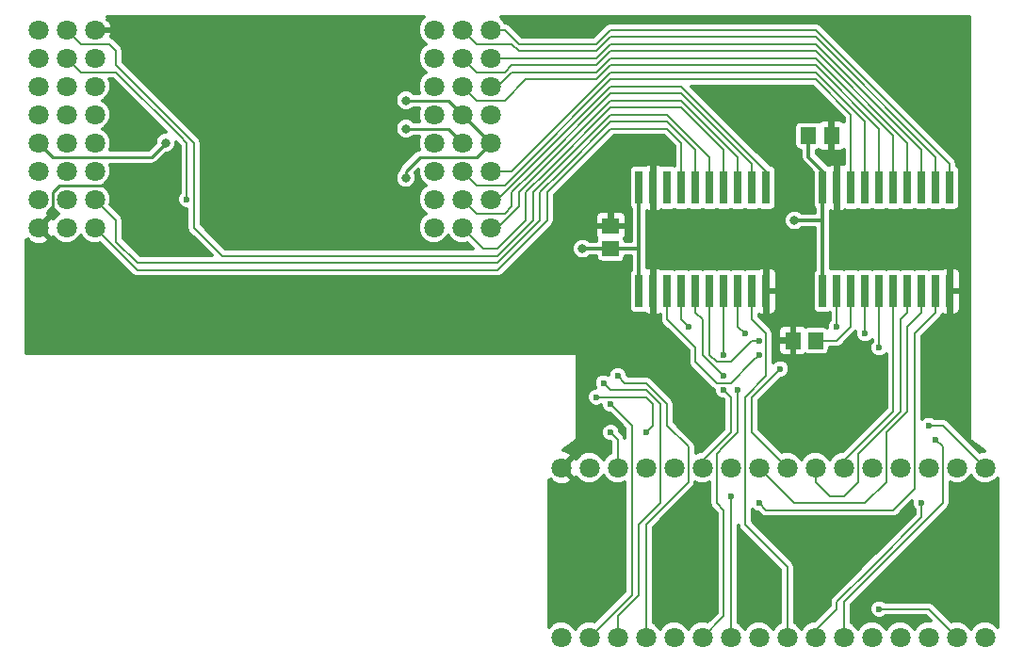
<source format=gtl>
G04 #@! TF.FileFunction,Copper,L1,Top,Signal*
%FSLAX46Y46*%
G04 Gerber Fmt 4.6, Leading zero omitted, Abs format (unit mm)*
G04 Created by KiCad (PCBNEW 4.0.7) date 01/10/20 10:39:04*
%MOMM*%
%LPD*%
G01*
G04 APERTURE LIST*
%ADD10C,0.100000*%
%ADD11R,1.500000X1.400000*%
%ADD12R,1.400000X1.500000*%
%ADD13C,1.800000*%
%ADD14R,0.700000X3.000000*%
%ADD15C,0.800000*%
%ADD16C,0.600000*%
%ADD17C,0.250000*%
%ADD18C,0.500000*%
%ADD19C,0.300000*%
%ADD20C,0.200000*%
G04 APERTURE END LIST*
D10*
D11*
X-36195000Y37465000D03*
X-36195000Y39509700D03*
D12*
X-18415000Y47625000D03*
X-16370300Y47625000D03*
X-17780000Y29210000D03*
X-19824700Y29210000D03*
D13*
X-2540000Y17780000D03*
X-5080000Y17780000D03*
X-7620000Y17780000D03*
X-10160000Y17780000D03*
X-12700000Y17780000D03*
X-15240000Y17780000D03*
X-17780000Y17780000D03*
X-20320000Y17780000D03*
X-22860000Y17780000D03*
X-25400000Y17780000D03*
X-27940000Y17780000D03*
X-30480000Y17780000D03*
X-33020000Y17780000D03*
X-35560000Y17780000D03*
X-38100000Y17780000D03*
X-40640000Y17780000D03*
X-40640000Y2540000D03*
X-38100000Y2540000D03*
X-35560000Y2540000D03*
X-33020000Y2540000D03*
X-30480000Y2540000D03*
X-27940000Y2540000D03*
X-25400000Y2540000D03*
X-22860000Y2540000D03*
X-20320000Y2540000D03*
X-17780000Y2540000D03*
X-15240000Y2540000D03*
X-12700000Y2540000D03*
X-10160000Y2540000D03*
X-7620000Y2540000D03*
X-5080000Y2540000D03*
X-2540000Y2540000D03*
D14*
X-33655000Y33655000D03*
X-32385000Y33655000D03*
X-31115000Y33655000D03*
X-29845000Y33655000D03*
X-28575000Y33655000D03*
X-27305000Y33655000D03*
X-26035000Y33655000D03*
X-24765000Y33655000D03*
X-23495000Y33655000D03*
X-22225000Y33655000D03*
X-22225000Y42951400D03*
X-23495000Y42951400D03*
X-24765000Y42951400D03*
X-26035000Y42951400D03*
X-27305000Y42951400D03*
X-28575000Y42951400D03*
X-29845000Y42951400D03*
X-31115000Y42951400D03*
X-32385000Y42951400D03*
X-33655000Y42951400D03*
X-17145000Y33655000D03*
X-15875000Y33655000D03*
X-14605000Y33655000D03*
X-13335000Y33655000D03*
X-12065000Y33655000D03*
X-10795000Y33655000D03*
X-9525000Y33655000D03*
X-8255000Y33655000D03*
X-6985000Y33655000D03*
X-5715000Y33655000D03*
X-5715000Y42951400D03*
X-6985000Y42951400D03*
X-8255000Y42951400D03*
X-9525000Y42951400D03*
X-10795000Y42951400D03*
X-12065000Y42951400D03*
X-13335000Y42951400D03*
X-14605000Y42951400D03*
X-15875000Y42951400D03*
X-17145000Y42951400D03*
D13*
X-52070000Y39370000D03*
X-49530000Y39370000D03*
X-46990000Y39370000D03*
X-52070000Y41910000D03*
X-49530000Y41910000D03*
X-46990000Y41910000D03*
X-52070000Y44450000D03*
X-49530000Y44450000D03*
X-46990000Y44450000D03*
X-52070000Y46990000D03*
X-49530000Y46990000D03*
X-46990000Y46990000D03*
X-52070000Y49530000D03*
X-49530000Y49530000D03*
X-46990000Y49530000D03*
X-52070000Y52070000D03*
X-49530000Y52070000D03*
X-46990000Y52070000D03*
X-52070000Y54610000D03*
X-49530000Y54610000D03*
X-46990000Y54610000D03*
X-52070000Y57150000D03*
X-49530000Y57150000D03*
X-46990000Y57150000D03*
X-87630000Y57150000D03*
X-85090000Y57150000D03*
X-82550000Y57150000D03*
X-87630000Y54610000D03*
X-85090000Y54610000D03*
X-82550000Y54610000D03*
X-87630000Y52070000D03*
X-85090000Y52070000D03*
X-82550000Y52070000D03*
X-87630000Y49530000D03*
X-85090000Y49530000D03*
X-82550000Y49530000D03*
X-87630000Y46990000D03*
X-85090000Y46990000D03*
X-82550000Y46990000D03*
X-87630000Y44450000D03*
X-85090000Y44450000D03*
X-82550000Y44450000D03*
X-87630000Y41910000D03*
X-85090000Y41910000D03*
X-82550000Y41910000D03*
X-87630000Y39370000D03*
X-85090000Y39370000D03*
X-82550000Y39370000D03*
D15*
X-10795000Y12700000D03*
X-19050000Y10160000D03*
X-22225000Y12700000D03*
X-16510000Y12700000D03*
X-24130000Y5080000D03*
X-28575000Y5080000D03*
X-2540000Y7620000D03*
X-2540000Y13335000D03*
X-6350000Y12700000D03*
X-9525000Y9525000D03*
X-5715000Y9525000D03*
X-8255000Y6350000D03*
X-12700000Y10795000D03*
X-19050000Y6985000D03*
X-17780000Y5080000D03*
X-21590000Y5080000D03*
X-21590000Y7620000D03*
X-24130000Y8255000D03*
X-40640000Y7620000D03*
X-27305000Y8890000D03*
X-29210000Y13335000D03*
X-31750000Y5715000D03*
X-31750000Y9525000D03*
X-31750000Y12065000D03*
X-36195000Y13335000D03*
X-37465000Y9525000D03*
X-37465000Y5715000D03*
X-40640000Y13335000D03*
X-55245000Y56515000D03*
X-60325000Y51435000D03*
X-69215000Y55880000D03*
X-73660000Y55245000D03*
X-78105000Y57150000D03*
X-64135000Y56515000D03*
X-59055000Y54610000D03*
X-86360000Y29210000D03*
X-81280000Y29845000D03*
X-75565000Y29210000D03*
X-86360000Y34925000D03*
X-78105000Y37465000D03*
X-78105000Y34290000D03*
X-73660000Y31750000D03*
X-67310000Y28575000D03*
X-54610000Y28575000D03*
X-42545000Y28575000D03*
X-19685000Y36830000D03*
X-5080000Y39370000D03*
X-38100000Y22225000D03*
X-74295000Y51435000D03*
X-69850000Y50800000D03*
X-66040000Y52070000D03*
X-67310000Y47625000D03*
X-60325000Y39370000D03*
X-68580000Y40005000D03*
X-66040000Y42545000D03*
X-58420000Y43180000D03*
X-62230000Y45720000D03*
X-70485000Y45720000D03*
X-79375000Y38735000D03*
X-81915000Y36195000D03*
X-77470000Y48260000D03*
X-79375000Y50800000D03*
X-76200000Y43180000D03*
X-20320000Y44450000D03*
X-40005000Y40005000D03*
X-38735000Y42545000D03*
X-37465000Y45085000D03*
X-33655000Y30480000D03*
X-36830000Y34290000D03*
X-29845000Y22225000D03*
X-43180000Y57150000D03*
X-38100000Y57150000D03*
X-5715000Y48260000D03*
X-6985000Y52070000D03*
X-10160000Y53975000D03*
X-6350000Y55880000D03*
X-13970000Y56515000D03*
X-20955000Y51435000D03*
X-23495000Y50165000D03*
X-7620000Y23495000D03*
X-6350000Y26670000D03*
X-6350000Y30480000D03*
X-8255000Y38100000D03*
X-10795000Y38100000D03*
X-21590000Y20955000D03*
X-17145000Y24130000D03*
X-18415000Y26670000D03*
X-13335000Y25400000D03*
X-77470000Y52070000D03*
X-77470000Y44450000D03*
X-18415000Y50165000D03*
X-31115000Y27305000D03*
X-19685000Y31115000D03*
X-76200000Y46990000D03*
X-38735000Y37465000D03*
X-19685000Y40005000D03*
X-54610000Y50800000D03*
X-54610000Y43815000D03*
D16*
X-22860000Y27940000D03*
X-7620000Y21590000D03*
X-13335000Y29845000D03*
X-22860000Y29210000D03*
X-24130000Y29845000D03*
X-20955000Y26670000D03*
X-22860000Y14605000D03*
X-26035000Y24765000D03*
X-29210000Y30480000D03*
X-74295000Y41910000D03*
X-36195000Y20955000D03*
X-36195000Y23495000D03*
X-36830000Y25400000D03*
X-35560000Y26035000D03*
X-37465000Y24130000D03*
X-33020000Y20955000D03*
X-26035000Y26035000D03*
X-24765000Y24765000D03*
X-25400000Y15240000D03*
X-15875000Y30480000D03*
X-8255000Y14605000D03*
X-6985000Y20320000D03*
X-12065000Y28575000D03*
X-26035000Y27940000D03*
X-12065000Y5080000D03*
D15*
X-54610000Y48260000D03*
D17*
X-22225000Y33655000D02*
X-19685000Y33655000D01*
X-19685000Y33655000D02*
X-19685000Y31115000D01*
X-16370300Y47625000D02*
X-16370300Y46215300D01*
X-15875000Y45720000D02*
X-15875000Y42951400D01*
X-16370300Y46215300D02*
X-15875000Y45720000D01*
X-19050000Y10160000D02*
X-19685000Y10160000D01*
X-17780000Y10160000D02*
X-19050000Y10160000D01*
X-17780000Y6985000D02*
X-17780000Y10160000D01*
X-16510000Y12700000D02*
X-10795000Y12700000D01*
X-19685000Y10160000D02*
X-22225000Y12700000D01*
X-5715000Y9525000D02*
X-5715000Y10160000D01*
X-5715000Y10160000D02*
X-2540000Y13335000D01*
X-6350000Y12700000D02*
X-9525000Y9525000D01*
X-8255000Y6985000D02*
X-8255000Y6350000D01*
X-5715000Y9525000D02*
X-8255000Y6985000D01*
X-17780000Y6985000D02*
X-19050000Y6985000D01*
X-17780000Y5715000D02*
X-17780000Y5080000D01*
X-17780000Y6350000D02*
X-17780000Y6985000D01*
X-17780000Y6350000D02*
X-17780000Y5715000D01*
X-21590000Y5080000D02*
X-21590000Y7620000D01*
X-22860000Y5080000D02*
X-21590000Y5080000D01*
X-22860000Y5080000D02*
X-24130000Y5080000D01*
X-24130000Y5080000D02*
X-24130000Y8255000D01*
X-28575000Y6350000D02*
X-28575000Y5080000D01*
X-28575000Y6350000D02*
X-27305000Y7620000D01*
X-29210000Y8255000D02*
X-29210000Y13335000D01*
X-40640000Y7620000D02*
X-38735000Y5715000D01*
X-31750000Y5715000D02*
X-29210000Y8255000D01*
X-31750000Y12065000D02*
X-31750000Y9525000D01*
X-37465000Y12065000D02*
X-36195000Y13335000D01*
X-37465000Y9525000D02*
X-37465000Y12065000D01*
X-38735000Y5715000D02*
X-37465000Y5715000D01*
X-40640000Y13335000D02*
X-40640000Y10795000D01*
X-40640000Y10795000D02*
X-40640000Y7620000D01*
X-27305000Y7620000D02*
X-27305000Y8890000D01*
X-59055000Y54610000D02*
X-57150000Y56515000D01*
X-57150000Y56515000D02*
X-55245000Y56515000D01*
X-60325000Y51435000D02*
X-59055000Y52705000D01*
X-73025000Y55880000D02*
X-69215000Y55880000D01*
X-78422500Y56832500D02*
X-78105000Y57150000D01*
X-78422500Y56832500D02*
X-80327500Y56832500D01*
X-73660000Y55245000D02*
X-73025000Y55880000D01*
X-59055000Y52705000D02*
X-59055000Y54610000D01*
X-87630000Y32385000D02*
X-87630000Y33655000D01*
X-75565000Y29210000D02*
X-80645000Y29210000D01*
X-87630000Y30480000D02*
X-86360000Y29210000D01*
X-81280000Y29845000D02*
X-80645000Y29210000D01*
X-87630000Y30480000D02*
X-87630000Y32385000D01*
X-86360000Y34925000D02*
X-83185000Y34925000D01*
X-87630000Y33655000D02*
X-86360000Y34925000D01*
X-78105000Y34290000D02*
X-76200000Y34290000D01*
X-76200000Y34290000D02*
X-73660000Y31750000D01*
X-42545000Y28575000D02*
X-54610000Y28575000D01*
X-78105000Y37465000D02*
X-79375000Y38735000D01*
X-5715000Y38100000D02*
X-5715000Y38735000D01*
X-5715000Y38735000D02*
X-5080000Y39370000D01*
X-38735000Y24765000D02*
X-38735000Y22860000D01*
X-32385000Y27305000D02*
X-36195000Y27305000D01*
X-38735000Y24765000D02*
X-36195000Y27305000D01*
X-38735000Y21590000D02*
X-38100000Y22225000D01*
X-38735000Y20955000D02*
X-38735000Y20320000D01*
X-38735000Y19685000D02*
X-40640000Y17780000D01*
X-38735000Y20320000D02*
X-38735000Y19685000D01*
X-38735000Y20955000D02*
X-38735000Y21590000D01*
X-38735000Y22860000D02*
X-38100000Y22225000D01*
X-67310000Y47625000D02*
X-68580000Y47625000D01*
X-74930000Y52070000D02*
X-74295000Y51435000D01*
X-69850000Y50800000D02*
X-68580000Y52070000D01*
X-68580000Y52070000D02*
X-66040000Y52070000D01*
X-77470000Y52070000D02*
X-74930000Y52070000D01*
X-66040000Y42545000D02*
X-68580000Y40005000D01*
X-60960000Y45720000D02*
X-58420000Y43180000D01*
X-62230000Y45720000D02*
X-60960000Y45720000D01*
X-68580000Y47625000D02*
X-70485000Y45720000D01*
X-83185000Y34925000D02*
X-83185000Y34925000D01*
X-81915000Y36195000D02*
X-83185000Y34925000D01*
X-79375000Y40005000D02*
X-79375000Y38735000D01*
X-76200000Y43180000D02*
X-79375000Y40005000D01*
X-36195000Y45720000D02*
X-36830000Y45720000D01*
X-40005000Y41275000D02*
X-40005000Y40005000D01*
X-38735000Y42545000D02*
X-40005000Y41275000D01*
X-36830000Y45720000D02*
X-37465000Y45085000D01*
X-36830000Y33655000D02*
X-33655000Y30480000D01*
X-36830000Y34290000D02*
X-36830000Y33655000D01*
X-38100000Y57150000D02*
X-43180000Y57150000D01*
X-8255000Y52070000D02*
X-6985000Y52070000D01*
X-6985000Y56515000D02*
X-6350000Y55880000D01*
X-13970000Y56515000D02*
X-6985000Y56515000D01*
X-22225000Y51435000D02*
X-20955000Y51435000D01*
X-22225000Y51435000D02*
X-23495000Y50165000D01*
X-10160000Y53975000D02*
X-8255000Y52070000D01*
X-8255000Y38100000D02*
X-5715000Y38100000D01*
X-5715000Y37465000D02*
X-5715000Y33655000D01*
X-5715000Y37465000D02*
X-5715000Y38100000D01*
X-10795000Y38100000D02*
X-8255000Y38100000D01*
X-7620000Y25400000D02*
X-7620000Y23495000D01*
X-6350000Y30480000D02*
X-6350000Y26670000D01*
X-6350000Y26670000D02*
X-7620000Y25400000D01*
X-10795000Y38100000D02*
X-15875000Y38100000D01*
X-15875000Y38100000D02*
X-15875000Y42951400D01*
X-17145000Y24130000D02*
X-20320000Y20955000D01*
X-19824700Y28079700D02*
X-18415000Y26670000D01*
X-19824700Y29210000D02*
X-19824700Y28079700D01*
X-20320000Y20955000D02*
X-21590000Y20955000D01*
X-19824700Y29210000D02*
X-19685000Y29349700D01*
X-19685000Y29349700D02*
X-19685000Y31115000D01*
D18*
X-80645000Y57150000D02*
X-82550000Y57150000D01*
X-80327500Y56832500D02*
X-80645000Y57150000D01*
X-77470000Y53975000D02*
X-79375000Y55880000D01*
X-77470000Y52070000D02*
X-77470000Y53975000D01*
X-79375000Y55880000D02*
X-80327500Y56832500D01*
D17*
X-86360000Y40640000D02*
X-87630000Y39370000D01*
X-86360000Y42545000D02*
X-86360000Y40640000D01*
X-85725000Y43180000D02*
X-86360000Y42545000D01*
X-81280000Y43180000D02*
X-85725000Y43180000D01*
X-78740000Y43180000D02*
X-81280000Y43180000D01*
X-77470000Y44450000D02*
X-78740000Y43180000D01*
X-16510000Y49530000D02*
X-16510000Y47764700D01*
X-18415000Y50165000D02*
X-17145000Y50165000D01*
X-17145000Y50165000D02*
X-16510000Y49530000D01*
X-16510000Y47764700D02*
X-16370300Y47625000D01*
X-31115000Y27305000D02*
X-32385000Y27305000D01*
X-19824700Y31254700D02*
X-19685000Y31115000D01*
X-19824700Y30975300D02*
X-19685000Y31115000D01*
X-15875000Y47129700D02*
X-16370300Y47625000D01*
X-32385000Y37465000D02*
X-22225000Y37465000D01*
X-22225000Y37465000D02*
X-22225000Y33655000D01*
X-36195000Y39509700D02*
X-36195000Y45720000D01*
X-36195000Y45720000D02*
X-36195000Y46990000D01*
X-36195000Y46990000D02*
X-33020000Y46990000D01*
X-33020000Y46990000D02*
X-32385000Y46355000D01*
X-32385000Y46355000D02*
X-32385000Y42951400D01*
X-32385000Y33655000D02*
X-32385000Y37465000D01*
X-32385000Y37465000D02*
X-32385000Y42951400D01*
X-32385000Y27305000D02*
X-32385000Y33655000D01*
D19*
X-33655000Y37465000D02*
X-34925000Y37465000D01*
X-34925000Y37465000D02*
X-36195000Y37465000D01*
D17*
X-76200000Y46990000D02*
X-77470000Y45720000D01*
X-77470000Y45720000D02*
X-77470000Y45720000D01*
X-77470000Y45720000D02*
X-78105000Y45720000D01*
X-78105000Y45720000D02*
X-80645000Y45720000D01*
X-87630000Y46990000D02*
X-86360000Y45720000D01*
X-80645000Y45720000D02*
X-85725000Y45720000D01*
X-85725000Y45720000D02*
X-86360000Y45720000D01*
D19*
X-38735000Y37465000D02*
X-36195000Y37465000D01*
X-17145000Y40005000D02*
X-19685000Y40005000D01*
X-17145000Y40005000D02*
X-17145000Y42951400D01*
D17*
X-53975000Y50800000D02*
X-54610000Y50800000D01*
X-50800000Y50800000D02*
X-53340000Y50800000D01*
X-53340000Y50800000D02*
X-53975000Y50800000D01*
X-49530000Y49530000D02*
X-50800000Y50800000D01*
X-49530000Y49530000D02*
X-46990000Y46990000D01*
X-48260000Y45720000D02*
X-46990000Y46990000D01*
X-54610000Y43815000D02*
X-54610000Y44450000D01*
X-54610000Y44450000D02*
X-53340000Y45720000D01*
X-53340000Y45720000D02*
X-48260000Y45720000D01*
X-17145000Y42951400D02*
X-17373600Y42951400D01*
D19*
X-17145000Y33655000D02*
X-17145000Y40005000D01*
D17*
X-17145000Y42951400D02*
X-17145000Y44450000D01*
D19*
X-17145000Y44450000D02*
X-18415000Y45720000D01*
X-18415000Y45720000D02*
X-18415000Y47625000D01*
X-33655000Y42951400D02*
X-33655000Y37465000D01*
X-33655000Y37465000D02*
X-33655000Y36195000D01*
X-33655000Y36195000D02*
X-33655000Y33655000D01*
D20*
X-14605000Y33655000D02*
X-14605000Y30480000D01*
X-15875000Y29210000D02*
X-17780000Y29210000D01*
X-14605000Y30480000D02*
X-15875000Y29210000D01*
X-31115000Y33655000D02*
X-31115000Y31115000D01*
X-25400000Y25400000D02*
X-26670000Y25400000D01*
X-22860000Y27940000D02*
X-23495000Y27305000D01*
X-23495000Y27305000D02*
X-25400000Y25400000D01*
X-28575000Y27305000D02*
X-26670000Y25400000D01*
X-28575000Y28575000D02*
X-28575000Y27305000D01*
X-31115000Y31115000D02*
X-28575000Y28575000D01*
X-7620000Y21590000D02*
X-6350000Y21590000D01*
X-6350000Y21590000D02*
X-2540000Y17780000D01*
X-13335000Y33655000D02*
X-13335000Y29845000D01*
X-24765000Y27940000D02*
X-23495000Y29210000D01*
X-27305000Y27940000D02*
X-26670000Y27305000D01*
X-26670000Y27305000D02*
X-25400000Y27305000D01*
X-25400000Y27305000D02*
X-24765000Y27940000D01*
X-27305000Y27940000D02*
X-27305000Y33655000D01*
X-23495000Y29210000D02*
X-22860000Y29210000D01*
X-24765000Y30480000D02*
X-24130000Y29845000D01*
X-24765000Y33655000D02*
X-24765000Y30480000D01*
X-12700000Y20955000D02*
X-11430000Y22225000D01*
X-15240000Y18415000D02*
X-12700000Y20955000D01*
X-10795000Y29845000D02*
X-10795000Y33655000D01*
X-10795000Y22860000D02*
X-10795000Y29845000D01*
X-11430000Y22225000D02*
X-10795000Y22860000D01*
X-15240000Y17780000D02*
X-15240000Y18415000D01*
X-12700000Y20320000D02*
X-10160000Y22860000D01*
X-13970000Y19050000D02*
X-12700000Y20320000D01*
X-16510000Y15240000D02*
X-17780000Y16510000D01*
X-17780000Y17780000D02*
X-17780000Y16510000D01*
X-15875000Y15240000D02*
X-15240000Y15240000D01*
X-15240000Y15240000D02*
X-13970000Y16510000D01*
X-15875000Y15240000D02*
X-16510000Y15240000D01*
X-13970000Y16510000D02*
X-13970000Y19050000D01*
X-9525000Y31750000D02*
X-9525000Y33655000D01*
X-10160000Y31115000D02*
X-9525000Y31750000D01*
X-10160000Y30480000D02*
X-10160000Y31115000D01*
X-10160000Y25400000D02*
X-10160000Y30480000D01*
X-10160000Y22860000D02*
X-10160000Y25400000D01*
X-17780000Y17780000D02*
X-17780000Y17145000D01*
X-20955000Y26670000D02*
X-21590000Y26035000D01*
X-23495000Y20955000D02*
X-23495000Y24130000D01*
X-23495000Y24130000D02*
X-21590000Y26035000D01*
X-20320000Y17780000D02*
X-23495000Y20955000D01*
X-11430000Y19685000D02*
X-11430000Y20955000D01*
X-11430000Y16510000D02*
X-11430000Y19685000D01*
X-11430000Y16510000D02*
X-13335000Y14605000D01*
X-22860000Y17780000D02*
X-19685000Y14605000D01*
X-13335000Y14605000D02*
X-19685000Y14605000D01*
X-8255000Y31750000D02*
X-8255000Y33655000D01*
X-9525000Y30480000D02*
X-8255000Y31750000D01*
X-9525000Y24130000D02*
X-9525000Y30480000D01*
X-9525000Y22860000D02*
X-9525000Y24130000D01*
X-11430000Y20955000D02*
X-9525000Y22860000D01*
X-8890000Y21590000D02*
X-8890000Y29845000D01*
X-8890000Y15875000D02*
X-10795000Y13970000D01*
X-20955000Y13970000D02*
X-10795000Y13970000D01*
X-8890000Y19685000D02*
X-8890000Y15875000D01*
X-8890000Y21590000D02*
X-8890000Y19685000D01*
X-6985000Y31750000D02*
X-6985000Y33655000D01*
X-8890000Y29845000D02*
X-6985000Y31750000D01*
X-22225000Y13970000D02*
X-20955000Y13970000D01*
X-22860000Y14605000D02*
X-22225000Y13970000D01*
X-20955000Y13970000D02*
X-20320000Y13970000D01*
X-20320000Y13970000D02*
X-20955000Y13970000D01*
X-25400000Y24130000D02*
X-26035000Y24765000D01*
X-26670000Y19685000D02*
X-25400000Y20955000D01*
X-26670000Y19685000D02*
X-27940000Y18415000D01*
X-25400000Y20955000D02*
X-25400000Y22860000D01*
X-25400000Y22860000D02*
X-25400000Y24130000D01*
X-27940000Y17780000D02*
X-27940000Y18415000D01*
X-29845000Y31115000D02*
X-29210000Y30480000D01*
X-29845000Y33655000D02*
X-29845000Y31750000D01*
X-29845000Y31750000D02*
X-29845000Y31115000D01*
X-74295000Y46990000D02*
X-74295000Y41910000D01*
X-81280000Y53340000D02*
X-80645000Y53340000D01*
X-81915000Y53340000D02*
X-81280000Y53340000D01*
X-85090000Y54610000D02*
X-83820000Y53340000D01*
X-83820000Y53340000D02*
X-81915000Y53340000D01*
X-80645000Y53340000D02*
X-74930000Y47625000D01*
X-74930000Y47625000D02*
X-74295000Y46990000D01*
X-35560000Y20320000D02*
X-36195000Y20955000D01*
X-35560000Y17780000D02*
X-35560000Y20320000D01*
X-34290000Y21590000D02*
X-36195000Y23495000D01*
X-34290000Y6350000D02*
X-38100000Y2540000D01*
X-34290000Y20320000D02*
X-34290000Y6350000D01*
X-34290000Y20320000D02*
X-34290000Y21590000D01*
X-33655000Y12065000D02*
X-33655000Y12700000D01*
X-35560000Y4445000D02*
X-33655000Y6350000D01*
X-33655000Y6350000D02*
X-33655000Y12065000D01*
X-31750000Y16510000D02*
X-31750000Y23495000D01*
X-31750000Y23495000D02*
X-33020000Y24765000D01*
X-36195000Y24765000D02*
X-36830000Y25400000D01*
X-33020000Y24765000D02*
X-36195000Y24765000D01*
X-35560000Y4445000D02*
X-35560000Y2540000D01*
X-31750000Y14605000D02*
X-31750000Y16510000D01*
X-33655000Y12700000D02*
X-31750000Y14605000D01*
X-33020000Y12700000D02*
X-29210000Y16510000D01*
X-29210000Y16510000D02*
X-29210000Y19685000D01*
X-31115000Y22860000D02*
X-31115000Y23495000D01*
X-31115000Y21590000D02*
X-31115000Y22860000D01*
X-29210000Y19685000D02*
X-31115000Y21590000D01*
X-34925000Y25400000D02*
X-35560000Y26035000D01*
X-33020000Y25400000D02*
X-34925000Y25400000D01*
X-31115000Y23495000D02*
X-33020000Y25400000D01*
X-33020000Y12700000D02*
X-33020000Y2540000D01*
X-33020000Y24130000D02*
X-37465000Y24130000D01*
X-32385000Y21590000D02*
X-33020000Y20955000D01*
X-32385000Y23495000D02*
X-32385000Y21590000D01*
X-32385000Y23495000D02*
X-33020000Y24130000D01*
X-27940000Y31115000D02*
X-27940000Y27940000D01*
X-28575000Y33655000D02*
X-28575000Y31750000D01*
X-27940000Y31115000D02*
X-28575000Y31750000D01*
X-27940000Y27940000D02*
X-26035000Y26035000D01*
X-24765000Y20955000D02*
X-24765000Y24765000D01*
X-26035000Y4445000D02*
X-26035000Y13970000D01*
X-26035000Y13970000D02*
X-26670000Y14605000D01*
X-26670000Y14605000D02*
X-26670000Y16510000D01*
X-26035000Y19685000D02*
X-26670000Y19050000D01*
X-26670000Y19050000D02*
X-26670000Y16510000D01*
X-26035000Y4445000D02*
X-27940000Y2540000D01*
X-26035000Y19685000D02*
X-24765000Y20955000D01*
X-25400000Y13970000D02*
X-25400000Y2540000D01*
X-25400000Y15240000D02*
X-25400000Y13970000D01*
X-24130000Y15240000D02*
X-24130000Y12700000D01*
X-22225000Y29845000D02*
X-22225000Y28575000D01*
X-22225000Y29845000D02*
X-22860000Y30480000D01*
X-22860000Y30480000D02*
X-23495000Y31115000D01*
X-23495000Y33655000D02*
X-23495000Y31115000D01*
X-24130000Y24130000D02*
X-22225000Y26035000D01*
X-22225000Y26035000D02*
X-22225000Y28575000D01*
X-24130000Y15875000D02*
X-24130000Y19050000D01*
X-24130000Y19050000D02*
X-24130000Y24130000D01*
X-24130000Y15875000D02*
X-24130000Y15240000D01*
X-20320000Y8890000D02*
X-23495000Y12065000D01*
X-20320000Y5715000D02*
X-20320000Y2540000D01*
X-20320000Y5715000D02*
X-20320000Y8890000D01*
X-24130000Y12700000D02*
X-23495000Y12065000D01*
X-15875000Y5715000D02*
X-12700000Y8890000D01*
X-15875000Y30480000D02*
X-15875000Y33655000D01*
X-8255000Y13335000D02*
X-8255000Y14605000D01*
X-12700000Y8890000D02*
X-8255000Y13335000D01*
X-16510000Y4445000D02*
X-15875000Y5080000D01*
X-17780000Y3175000D02*
X-16510000Y4445000D01*
X-15875000Y5715000D02*
X-15875000Y5715000D01*
X-15875000Y5080000D02*
X-15875000Y5715000D01*
X-17780000Y3175000D02*
X-17780000Y2540000D01*
X-17780000Y3175000D02*
X-17780000Y2540000D01*
X-17780000Y2540000D02*
X-17780000Y3175000D01*
X-15240000Y2540000D02*
X-15240000Y4445000D01*
X-15240000Y5715000D02*
X-15240000Y4445000D01*
X-12065000Y28575000D02*
X-12065000Y33655000D01*
X-6350000Y14605000D02*
X-6350000Y19685000D01*
X-6350000Y14605000D02*
X-7620000Y13335000D01*
X-6350000Y19685000D02*
X-6985000Y20320000D01*
X-7620000Y13335000D02*
X-15240000Y5715000D01*
X-26035000Y31750000D02*
X-26035000Y27940000D01*
X-26035000Y33655000D02*
X-26035000Y31750000D01*
X-12065000Y5080000D02*
X-7620000Y5080000D01*
X-7620000Y5080000D02*
X-5080000Y2540000D01*
X-43815000Y44450000D02*
X-36195000Y52070000D01*
X-36195000Y52070000D02*
X-29845000Y52070000D01*
X-46355000Y41910000D02*
X-43815000Y44450000D01*
X-29845000Y52070000D02*
X-22225000Y44450000D01*
X-22225000Y44450000D02*
X-22225000Y42951400D01*
X-46990000Y41910000D02*
X-46355000Y41910000D01*
X-43180000Y44450000D02*
X-36195000Y51435000D01*
X-43180000Y44450000D02*
X-45085000Y42545000D01*
X-45085000Y42545000D02*
X-45085000Y41275000D01*
X-45085000Y41275000D02*
X-45720000Y40640000D01*
X-25400000Y46990000D02*
X-24730344Y46320344D01*
X-24730344Y46320344D02*
X-23495000Y45085000D01*
X-23495000Y42951400D02*
X-23495000Y45085000D01*
X-36195000Y51435000D02*
X-30480000Y51435000D01*
X-48260000Y40640000D02*
X-45720000Y40640000D01*
X-48260000Y40640000D02*
X-49530000Y41910000D01*
X-30480000Y51435000D02*
X-29845000Y51435000D01*
X-25400000Y46990000D02*
X-29845000Y51435000D01*
X-36195000Y50800000D02*
X-42545000Y44450000D01*
X-29845000Y50800000D02*
X-36195000Y50800000D01*
X-44450000Y41275000D02*
X-45085000Y40640000D01*
X-44450000Y42545000D02*
X-44450000Y41275000D01*
X-42545000Y44450000D02*
X-44450000Y42545000D01*
X-45085000Y40640000D02*
X-46355000Y39370000D01*
X-46355000Y39370000D02*
X-46990000Y39370000D01*
X-29845000Y50800000D02*
X-24765000Y45720000D01*
X-29845000Y50800000D02*
X-29845000Y50800000D01*
X-24765000Y45720000D02*
X-24765000Y42951400D01*
X-24765000Y45720000D02*
X-24765000Y45720000D01*
X-36195000Y50165000D02*
X-41910000Y44450000D01*
X-46990000Y37465000D02*
X-46355000Y37465000D01*
X-46355000Y37465000D02*
X-43815000Y40005000D01*
X-43815000Y40005000D02*
X-43815000Y41275000D01*
X-30480000Y50165000D02*
X-36195000Y50165000D01*
X-43815000Y42545000D02*
X-43815000Y41275000D01*
X-41910000Y44450000D02*
X-43815000Y42545000D01*
X-47625000Y37465000D02*
X-49530000Y39370000D01*
X-47625000Y37465000D02*
X-46990000Y37465000D01*
X-30480000Y50165000D02*
X-29845000Y50165000D01*
X-26035000Y45720000D02*
X-26035000Y42951400D01*
X-26035000Y46355000D02*
X-26035000Y45720000D01*
X-29845000Y50165000D02*
X-26035000Y46355000D01*
X-30480000Y50165000D02*
X-30480000Y50165000D01*
X-73660000Y39370000D02*
X-71120000Y36830000D01*
X-68580000Y36830000D02*
X-71120000Y36830000D01*
X-73660000Y46990000D02*
X-73660000Y39370000D01*
X-80645000Y53975000D02*
X-80645000Y54610000D01*
X-81280000Y55880000D02*
X-83185000Y55880000D01*
X-83820000Y55880000D02*
X-85090000Y57150000D01*
X-83185000Y55880000D02*
X-83820000Y55880000D01*
X-79375000Y52705000D02*
X-74295000Y47625000D01*
X-80645000Y53975000D02*
X-79375000Y52705000D01*
X-80645000Y55245000D02*
X-81280000Y55880000D01*
X-80645000Y54610000D02*
X-80645000Y55245000D01*
X-74295000Y47625000D02*
X-73660000Y46990000D01*
X-52705000Y36830000D02*
X-46355000Y36830000D01*
X-41275000Y44450000D02*
X-43180000Y42545000D01*
X-43180000Y42545000D02*
X-43180000Y40005000D01*
X-36195000Y49530000D02*
X-31115000Y49530000D01*
X-46355000Y36830000D02*
X-43180000Y40005000D01*
X-36195000Y49530000D02*
X-41275000Y44450000D01*
X-68580000Y36830000D02*
X-52705000Y36830000D01*
X-68580000Y36830000D02*
X-67310000Y36830000D01*
X-31115000Y49530000D02*
X-27305000Y45720000D01*
X-27305000Y45720000D02*
X-27305000Y42951400D01*
X-31115000Y49530000D02*
X-31115000Y49530000D01*
X-76835000Y36195000D02*
X-78740000Y36195000D01*
X-53340000Y36195000D02*
X-46355000Y36195000D01*
X-53340000Y36195000D02*
X-76835000Y36195000D01*
X-40640000Y44450000D02*
X-42545000Y42545000D01*
X-42545000Y42545000D02*
X-42545000Y40005000D01*
X-31115000Y48895000D02*
X-28575000Y46355000D01*
X-31750000Y48895000D02*
X-31115000Y48895000D01*
X-36195000Y48895000D02*
X-32385000Y48895000D01*
X-32385000Y48895000D02*
X-31750000Y48895000D01*
X-28575000Y42951400D02*
X-28575000Y46355000D01*
X-46355000Y36195000D02*
X-42545000Y40005000D01*
X-36195000Y48895000D02*
X-40640000Y44450000D01*
X-80645000Y40005000D02*
X-82550000Y41910000D01*
X-80645000Y38100000D02*
X-80645000Y40005000D01*
X-78740000Y36195000D02*
X-80645000Y38100000D01*
X-36195000Y48260000D02*
X-40005000Y44450000D01*
X-32385000Y48260000D02*
X-36195000Y48260000D01*
X-41910000Y40005000D02*
X-41910000Y42545000D01*
X-41910000Y42545000D02*
X-40005000Y44450000D01*
X-53975000Y35560000D02*
X-78740000Y35560000D01*
X-46355000Y35560000D02*
X-53975000Y35560000D01*
X-78740000Y35560000D02*
X-82550000Y39370000D01*
X-46355000Y35560000D02*
X-41910000Y40005000D01*
X-32385000Y48260000D02*
X-31115000Y48260000D01*
X-29845000Y46990000D02*
X-29845000Y42951400D01*
X-31115000Y48260000D02*
X-29845000Y46990000D01*
X-32385000Y48260000D02*
X-32385000Y48260000D01*
X-37465000Y55880000D02*
X-36195000Y57150000D01*
X-46990000Y57150000D02*
X-45720000Y57150000D01*
X-44450000Y55880000D02*
X-40005000Y55880000D01*
X-45720000Y57150000D02*
X-44450000Y55880000D01*
X-36195000Y57150000D02*
X-17780000Y57150000D01*
X-17780000Y57150000D02*
X-5715000Y45085000D01*
X-5715000Y45085000D02*
X-5715000Y42951400D01*
X-40005000Y55880000D02*
X-37465000Y55880000D01*
X-46990000Y57150000D02*
X-46355000Y57150000D01*
X-38100000Y55245000D02*
X-37465000Y55245000D01*
X-45720000Y55880000D02*
X-45085000Y55880000D01*
X-48260000Y55880000D02*
X-45720000Y55880000D01*
X-49530000Y57150000D02*
X-48260000Y55880000D01*
X-44450000Y55245000D02*
X-40640000Y55245000D01*
X-45085000Y55880000D02*
X-44450000Y55245000D01*
X-17780000Y56515000D02*
X-6985000Y45720000D01*
X-6985000Y45720000D02*
X-6985000Y42951400D01*
X-36195000Y56515000D02*
X-19050000Y56515000D01*
X-19050000Y56515000D02*
X-17780000Y56515000D01*
X-40640000Y55245000D02*
X-38100000Y55245000D01*
X-37465000Y55245000D02*
X-36195000Y56515000D01*
X-38100000Y54610000D02*
X-37465000Y54610000D01*
X-46990000Y54610000D02*
X-40640000Y54610000D01*
X-19050000Y55880000D02*
X-17780000Y55880000D01*
X-36195000Y55880000D02*
X-19050000Y55880000D01*
X-8255000Y46355000D02*
X-8255000Y42951400D01*
X-17780000Y55880000D02*
X-8255000Y46355000D01*
X-40640000Y54610000D02*
X-38100000Y54610000D01*
X-37465000Y54610000D02*
X-36195000Y55880000D01*
X-46990000Y54610000D02*
X-46355000Y54610000D01*
X-38100000Y53975000D02*
X-37465000Y53975000D01*
X-48260000Y53340000D02*
X-45720000Y53340000D01*
X-49530000Y54610000D02*
X-48260000Y53340000D01*
X-45085000Y53975000D02*
X-41910000Y53975000D01*
X-45720000Y53340000D02*
X-45085000Y53975000D01*
X-17780000Y55245000D02*
X-9525000Y46990000D01*
X-9525000Y46990000D02*
X-9525000Y45720000D01*
X-36195000Y55245000D02*
X-19050000Y55245000D01*
X-9525000Y45720000D02*
X-9525000Y42951400D01*
X-19050000Y55245000D02*
X-17780000Y55245000D01*
X-41910000Y53975000D02*
X-38100000Y53975000D01*
X-37465000Y53975000D02*
X-36195000Y55245000D01*
X-38100000Y53340000D02*
X-37465000Y53340000D01*
X-42545000Y53340000D02*
X-38100000Y53340000D01*
X-19050000Y54610000D02*
X-17780000Y54610000D01*
X-10795000Y42951400D02*
X-10795000Y46355000D01*
X-36195000Y54610000D02*
X-19050000Y54610000D01*
X-10795000Y47625000D02*
X-10795000Y46355000D01*
X-17780000Y54610000D02*
X-10795000Y47625000D01*
X-45085000Y53340000D02*
X-42545000Y53340000D01*
X-45085000Y53340000D02*
X-46355000Y52070000D01*
X-37465000Y53340000D02*
X-36195000Y54610000D01*
X-46990000Y52070000D02*
X-46355000Y52070000D01*
X-38100000Y52705000D02*
X-37465000Y52705000D01*
X-38100000Y52705000D02*
X-42545000Y52705000D01*
X-48260000Y50800000D02*
X-45720000Y50800000D01*
X-49530000Y52070000D02*
X-48260000Y50800000D01*
X-43815000Y52705000D02*
X-42545000Y52705000D01*
X-45720000Y50800000D02*
X-43815000Y52705000D01*
X-17780000Y53975000D02*
X-12065000Y48260000D01*
X-12065000Y48260000D02*
X-12065000Y42951400D01*
X-36195000Y53975000D02*
X-20320000Y53975000D01*
X-20320000Y53975000D02*
X-17780000Y53975000D01*
X-37465000Y52705000D02*
X-36195000Y53975000D01*
X-36195000Y53340000D02*
X-43884312Y45650688D01*
X-20320000Y53340000D02*
X-17780000Y53340000D01*
X-36195000Y53340000D02*
X-20320000Y53340000D01*
X-13335000Y42951400D02*
X-13335000Y46355000D01*
X-13335000Y48895000D02*
X-13335000Y46355000D01*
X-17780000Y53340000D02*
X-13335000Y48895000D01*
X-45085000Y44450000D02*
X-43884312Y45650688D01*
X-45720000Y44450000D02*
X-46990000Y44450000D01*
X-45720000Y44450000D02*
X-45085000Y44450000D01*
X-46990000Y44450000D02*
X-46355000Y44450000D01*
X-44450000Y44450000D02*
X-45720000Y43180000D01*
X-17780000Y52705000D02*
X-36195000Y52705000D01*
X-44450000Y44450000D02*
X-36195000Y52705000D01*
X-45720000Y43180000D02*
X-46355000Y43180000D01*
X-46355000Y43180000D02*
X-46285688Y43180000D01*
X-49530000Y44450000D02*
X-48260000Y43180000D01*
X-48260000Y43180000D02*
X-46355000Y43180000D01*
X-17780000Y52705000D02*
X-14605000Y49530000D01*
X-14605000Y46990000D02*
X-14605000Y42951400D01*
X-14605000Y49530000D02*
X-14605000Y46990000D01*
X-17780000Y52705000D02*
X-17780000Y52705000D01*
D17*
X-53975000Y48260000D02*
X-54610000Y48260000D01*
X-50800000Y48260000D02*
X-53975000Y48260000D01*
X-49530000Y46990000D02*
X-50800000Y48260000D01*
D19*
G36*
X-3960000Y20320000D02*
X-3948182Y20261642D01*
X-3900000Y20200000D01*
X-2606745Y19230059D01*
X-2827157Y19230251D01*
X-2999713Y19158952D01*
X-5890381Y22049619D01*
X-6101255Y22190522D01*
X-6142524Y22198731D01*
X-6350000Y22240000D01*
X-7067833Y22240000D01*
X-7137885Y22310174D01*
X-7450183Y22439852D01*
X-7788334Y22440147D01*
X-8100857Y22311015D01*
X-8240000Y22172114D01*
X-8240000Y29575762D01*
X-6525380Y31290381D01*
X-6384478Y31501256D01*
X-6370904Y31569496D01*
X-6195885Y31497000D01*
X-5983500Y31497000D01*
X-5819000Y31661500D01*
X-5819000Y33551000D01*
X-5611000Y33551000D01*
X-5611000Y31661500D01*
X-5446500Y31497000D01*
X-5234115Y31497000D01*
X-4992273Y31597175D01*
X-4807174Y31782273D01*
X-4707000Y32024116D01*
X-4707000Y33386500D01*
X-4871500Y33551000D01*
X-5611000Y33551000D01*
X-5819000Y33551000D01*
X-5839000Y33551000D01*
X-5839000Y33759000D01*
X-5819000Y33759000D01*
X-5819000Y35648500D01*
X-5611000Y35648500D01*
X-5611000Y33759000D01*
X-4871500Y33759000D01*
X-4707000Y33923500D01*
X-4707000Y35285884D01*
X-4807174Y35527727D01*
X-4992273Y35712825D01*
X-5234115Y35813000D01*
X-5446500Y35813000D01*
X-5611000Y35648500D01*
X-5819000Y35648500D01*
X-5983500Y35813000D01*
X-6195885Y35813000D01*
X-6437727Y35712825D01*
X-6468495Y35682057D01*
X-6635000Y35715775D01*
X-7335000Y35715775D01*
X-7538818Y35677424D01*
X-7619436Y35625548D01*
X-7686827Y35671594D01*
X-7905000Y35715775D01*
X-8605000Y35715775D01*
X-8808818Y35677424D01*
X-8889436Y35625548D01*
X-8956827Y35671594D01*
X-9175000Y35715775D01*
X-9875000Y35715775D01*
X-10078818Y35677424D01*
X-10159436Y35625548D01*
X-10226827Y35671594D01*
X-10445000Y35715775D01*
X-11145000Y35715775D01*
X-11348818Y35677424D01*
X-11429436Y35625548D01*
X-11496827Y35671594D01*
X-11715000Y35715775D01*
X-12415000Y35715775D01*
X-12618818Y35677424D01*
X-12699436Y35625548D01*
X-12766827Y35671594D01*
X-12985000Y35715775D01*
X-13685000Y35715775D01*
X-13888818Y35677424D01*
X-13969436Y35625548D01*
X-14036827Y35671594D01*
X-14255000Y35715775D01*
X-14955000Y35715775D01*
X-15158818Y35677424D01*
X-15239436Y35625548D01*
X-15306827Y35671594D01*
X-15525000Y35715775D01*
X-16225000Y35715775D01*
X-16428818Y35677424D01*
X-16445000Y35667011D01*
X-16445000Y40830313D01*
X-16355885Y40793400D01*
X-16143500Y40793400D01*
X-15979000Y40957900D01*
X-15979000Y42847400D01*
X-15999000Y42847400D01*
X-15999000Y43055400D01*
X-15979000Y43055400D01*
X-15979000Y44944900D01*
X-16143500Y45109400D01*
X-16355885Y45109400D01*
X-16597727Y45009225D01*
X-16628495Y44978457D01*
X-16697476Y44992426D01*
X-17715000Y46009950D01*
X-17715000Y46314225D01*
X-17511182Y46352576D01*
X-17491253Y46365400D01*
X-17443027Y46317174D01*
X-17201184Y46217000D01*
X-16638800Y46217000D01*
X-16474300Y46381500D01*
X-16474300Y47521000D01*
X-16494300Y47521000D01*
X-16494300Y47729000D01*
X-16474300Y47729000D01*
X-16474300Y48868500D01*
X-16638800Y49033000D01*
X-17201184Y49033000D01*
X-17443027Y48932826D01*
X-17489360Y48886492D01*
X-17496827Y48891594D01*
X-17715000Y48935775D01*
X-19115000Y48935775D01*
X-19318818Y48897424D01*
X-19506012Y48776968D01*
X-19631594Y48593173D01*
X-19675775Y48375000D01*
X-19675775Y46875000D01*
X-19637424Y46671182D01*
X-19516968Y46483988D01*
X-19333173Y46358406D01*
X-19115000Y46314225D01*
X-19115000Y45720000D01*
X-19061716Y45452121D01*
X-18909975Y45225025D01*
X-18055775Y44370825D01*
X-18055775Y41451400D01*
X-18017424Y41247582D01*
X-17896968Y41060388D01*
X-17845000Y41024880D01*
X-17845000Y40705000D01*
X-19041446Y40705000D01*
X-19146165Y40809902D01*
X-19495204Y40954835D01*
X-19873138Y40955165D01*
X-20222429Y40810841D01*
X-20489902Y40543835D01*
X-20634835Y40194796D01*
X-20635165Y39816862D01*
X-20490841Y39467571D01*
X-20223835Y39200098D01*
X-19874796Y39055165D01*
X-19496862Y39054835D01*
X-19147571Y39199159D01*
X-19041545Y39305000D01*
X-17845000Y39305000D01*
X-17845000Y35583358D01*
X-17886012Y35556968D01*
X-18011594Y35373173D01*
X-18055775Y35155000D01*
X-18055775Y32155000D01*
X-18017424Y31951182D01*
X-17896968Y31763988D01*
X-17713173Y31638406D01*
X-17495000Y31594225D01*
X-16795000Y31594225D01*
X-16591182Y31632576D01*
X-16525000Y31675163D01*
X-16525000Y31032167D01*
X-16595174Y30962115D01*
X-16724852Y30649817D01*
X-16725085Y30383162D01*
X-16861827Y30476594D01*
X-17080000Y30520775D01*
X-18480000Y30520775D01*
X-18683818Y30482424D01*
X-18703747Y30469600D01*
X-18751973Y30517826D01*
X-18993816Y30618000D01*
X-19556200Y30618000D01*
X-19720700Y30453500D01*
X-19720700Y29314000D01*
X-19700700Y29314000D01*
X-19700700Y29106000D01*
X-19720700Y29106000D01*
X-19720700Y27966500D01*
X-19556200Y27802000D01*
X-18993816Y27802000D01*
X-18751973Y27902174D01*
X-18705640Y27948508D01*
X-18698173Y27943406D01*
X-18480000Y27899225D01*
X-17080000Y27899225D01*
X-16876182Y27937576D01*
X-16688988Y28058032D01*
X-16563406Y28241827D01*
X-16519225Y28460000D01*
X-16519225Y28560000D01*
X-15875000Y28560000D01*
X-15667524Y28601269D01*
X-15626255Y28609478D01*
X-15415381Y28750381D01*
X-14184882Y29980879D01*
X-14185147Y29676666D01*
X-14056015Y29364143D01*
X-13817115Y29124826D01*
X-13504817Y28995148D01*
X-13166666Y28994853D01*
X-12854143Y29123985D01*
X-12715000Y29262886D01*
X-12715000Y29127167D01*
X-12785174Y29057115D01*
X-12914852Y28744817D01*
X-12915147Y28406666D01*
X-12786015Y28094143D01*
X-12547115Y27854826D01*
X-12234817Y27725148D01*
X-11896666Y27724853D01*
X-11584143Y27853985D01*
X-11445000Y27992886D01*
X-11445000Y23129239D01*
X-11889617Y22684621D01*
X-11889620Y22684619D01*
X-13159617Y21414621D01*
X-13159620Y21414619D01*
X-15344147Y19230091D01*
X-15527157Y19230251D01*
X-16060286Y19009967D01*
X-16468533Y18602431D01*
X-16509828Y18502982D01*
X-16550033Y18600286D01*
X-16957569Y19008533D01*
X-17490312Y19229748D01*
X-18067157Y19230251D01*
X-18600286Y19009967D01*
X-19008533Y18602431D01*
X-19049828Y18502982D01*
X-19090033Y18600286D01*
X-19497569Y19008533D01*
X-20030312Y19229748D01*
X-20607157Y19230251D01*
X-20779714Y19158952D01*
X-22845000Y21224238D01*
X-22845000Y23860762D01*
X-21130380Y25575381D01*
X-21130378Y25575384D01*
X-20885822Y25819940D01*
X-20786666Y25819853D01*
X-20474143Y25948985D01*
X-20234826Y26187885D01*
X-20105148Y26500183D01*
X-20104853Y26838334D01*
X-20233985Y27150857D01*
X-20472885Y27390174D01*
X-20785183Y27519852D01*
X-21123334Y27520147D01*
X-21435857Y27391015D01*
X-21575000Y27252114D01*
X-21575000Y28941500D01*
X-21182700Y28941500D01*
X-21182700Y28329115D01*
X-21082525Y28087273D01*
X-20897427Y27902174D01*
X-20655584Y27802000D01*
X-20093200Y27802000D01*
X-19928700Y27966500D01*
X-19928700Y29106000D01*
X-21018200Y29106000D01*
X-21182700Y28941500D01*
X-21575000Y28941500D01*
X-21575000Y29845000D01*
X-21623909Y30090885D01*
X-21182700Y30090885D01*
X-21182700Y29478500D01*
X-21018200Y29314000D01*
X-19928700Y29314000D01*
X-19928700Y30453500D01*
X-20093200Y30618000D01*
X-20655584Y30618000D01*
X-20897427Y30517826D01*
X-21082525Y30332727D01*
X-21182700Y30090885D01*
X-21623909Y30090885D01*
X-21624478Y30093744D01*
X-21716360Y30231255D01*
X-21765380Y30304619D01*
X-22400378Y30939616D01*
X-22400380Y30939619D01*
X-22845000Y31384238D01*
X-22845000Y31554624D01*
X-22705885Y31497000D01*
X-22493500Y31497000D01*
X-22329000Y31661500D01*
X-22329000Y33551000D01*
X-22121000Y33551000D01*
X-22121000Y31661500D01*
X-21956500Y31497000D01*
X-21744115Y31497000D01*
X-21502273Y31597175D01*
X-21317174Y31782273D01*
X-21217000Y32024116D01*
X-21217000Y33386500D01*
X-21381500Y33551000D01*
X-22121000Y33551000D01*
X-22329000Y33551000D01*
X-22349000Y33551000D01*
X-22349000Y33759000D01*
X-22329000Y33759000D01*
X-22329000Y35648500D01*
X-22121000Y35648500D01*
X-22121000Y33759000D01*
X-21381500Y33759000D01*
X-21217000Y33923500D01*
X-21217000Y35285884D01*
X-21317174Y35527727D01*
X-21502273Y35712825D01*
X-21744115Y35813000D01*
X-21956500Y35813000D01*
X-22121000Y35648500D01*
X-22329000Y35648500D01*
X-22493500Y35813000D01*
X-22705885Y35813000D01*
X-22947727Y35712825D01*
X-22978495Y35682057D01*
X-23145000Y35715775D01*
X-23845000Y35715775D01*
X-24048818Y35677424D01*
X-24129436Y35625548D01*
X-24196827Y35671594D01*
X-24415000Y35715775D01*
X-25115000Y35715775D01*
X-25318818Y35677424D01*
X-25399436Y35625548D01*
X-25466827Y35671594D01*
X-25685000Y35715775D01*
X-26385000Y35715775D01*
X-26588818Y35677424D01*
X-26669436Y35625548D01*
X-26736827Y35671594D01*
X-26955000Y35715775D01*
X-27655000Y35715775D01*
X-27858818Y35677424D01*
X-27939436Y35625548D01*
X-28006827Y35671594D01*
X-28225000Y35715775D01*
X-28925000Y35715775D01*
X-29128818Y35677424D01*
X-29209436Y35625548D01*
X-29276827Y35671594D01*
X-29495000Y35715775D01*
X-30195000Y35715775D01*
X-30398818Y35677424D01*
X-30479436Y35625548D01*
X-30546827Y35671594D01*
X-30765000Y35715775D01*
X-31465000Y35715775D01*
X-31633515Y35684067D01*
X-31662273Y35712825D01*
X-31904115Y35813000D01*
X-32116500Y35813000D01*
X-32281000Y35648500D01*
X-32281000Y33759000D01*
X-32261000Y33759000D01*
X-32261000Y33551000D01*
X-32281000Y33551000D01*
X-32281000Y31661500D01*
X-32116500Y31497000D01*
X-31904115Y31497000D01*
X-31765000Y31554624D01*
X-31765000Y31115000D01*
X-31734589Y30962115D01*
X-31715522Y30866255D01*
X-31574619Y30655381D01*
X-29225000Y28305761D01*
X-29225000Y27305000D01*
X-29194589Y27152115D01*
X-29175522Y27056255D01*
X-29034619Y26845381D01*
X-27129619Y24940380D01*
X-26918744Y24799478D01*
X-26884976Y24792761D01*
X-26885147Y24596666D01*
X-26756015Y24284143D01*
X-26517115Y24044826D01*
X-26204817Y23915148D01*
X-26104299Y23915060D01*
X-26050000Y23860761D01*
X-26050000Y21224239D01*
X-27129617Y20144621D01*
X-27129620Y20144619D01*
X-28044147Y19230091D01*
X-28227157Y19230251D01*
X-28560000Y19092723D01*
X-28560000Y19685000D01*
X-28609478Y19933744D01*
X-28701360Y20071255D01*
X-28750380Y20144619D01*
X-30465000Y21859238D01*
X-30465000Y23495000D01*
X-30514478Y23743744D01*
X-30606360Y23881255D01*
X-30655380Y23954619D01*
X-32560381Y25859619D01*
X-32771255Y26000522D01*
X-32812524Y26008731D01*
X-33020000Y26050000D01*
X-34655761Y26050000D01*
X-34709940Y26104178D01*
X-34709853Y26203334D01*
X-34838985Y26515857D01*
X-35077885Y26755174D01*
X-35390183Y26884852D01*
X-35728334Y26885147D01*
X-36040857Y26756015D01*
X-36280174Y26517115D01*
X-36409852Y26204817D01*
X-36409903Y26145926D01*
X-36660183Y26249852D01*
X-36998334Y26250147D01*
X-37310857Y26121015D01*
X-37550174Y25882115D01*
X-37679852Y25569817D01*
X-37680147Y25231666D01*
X-37576201Y24980097D01*
X-37633334Y24980147D01*
X-37945857Y24851015D01*
X-38185174Y24612115D01*
X-38314852Y24299817D01*
X-38315147Y23961666D01*
X-38186015Y23649143D01*
X-37947115Y23409826D01*
X-37634817Y23280148D01*
X-37296666Y23279853D01*
X-37045097Y23383799D01*
X-37045147Y23326666D01*
X-36916015Y23014143D01*
X-36677115Y22774826D01*
X-36364817Y22645148D01*
X-36264299Y22645060D01*
X-34940000Y21320761D01*
X-34940000Y20470821D01*
X-34959478Y20568744D01*
X-35051360Y20706255D01*
X-35100380Y20779619D01*
X-35344940Y21024178D01*
X-35344853Y21123334D01*
X-35473985Y21435857D01*
X-35712885Y21675174D01*
X-36025183Y21804852D01*
X-36363334Y21805147D01*
X-36675857Y21676015D01*
X-36915174Y21437115D01*
X-37044852Y21124817D01*
X-37045147Y20786666D01*
X-36916015Y20474143D01*
X-36677115Y20234826D01*
X-36364817Y20105148D01*
X-36264299Y20105060D01*
X-36210000Y20050761D01*
X-36210000Y19080328D01*
X-36380286Y19009967D01*
X-36788533Y18602431D01*
X-36829828Y18502982D01*
X-36870033Y18600286D01*
X-37277569Y19008533D01*
X-37810312Y19229748D01*
X-38387157Y19230251D01*
X-38920286Y19009967D01*
X-39301713Y18629204D01*
X-39562214Y18710708D01*
X-40492922Y17780000D01*
X-39562214Y16849292D01*
X-39301245Y16930942D01*
X-38922431Y16551467D01*
X-38389688Y16330252D01*
X-37812843Y16329749D01*
X-37279714Y16550033D01*
X-36871467Y16957569D01*
X-36830172Y17057018D01*
X-36789967Y16959714D01*
X-36382431Y16551467D01*
X-35849688Y16330252D01*
X-35272843Y16329749D01*
X-34940000Y16467277D01*
X-34940000Y6619239D01*
X-37640149Y3919090D01*
X-37810312Y3989748D01*
X-38387157Y3990251D01*
X-38920286Y3769967D01*
X-39328533Y3362431D01*
X-39369828Y3262982D01*
X-39410033Y3360286D01*
X-39817569Y3768533D01*
X-40350312Y3989748D01*
X-40927157Y3990251D01*
X-41460286Y3769967D01*
X-41760000Y3470775D01*
X-41760000Y16657645D01*
X-41687637Y16585282D01*
X-41570707Y16702212D01*
X-41487569Y16436486D01*
X-40908911Y16214403D01*
X-40289314Y16230669D01*
X-39792431Y16436486D01*
X-39709292Y16702214D01*
X-40640000Y17632922D01*
X-40654142Y17618779D01*
X-40801220Y17765857D01*
X-40787078Y17780000D01*
X-40801220Y17794142D01*
X-40654142Y17941220D01*
X-40640000Y17927078D01*
X-39709292Y18857786D01*
X-39792431Y19123514D01*
X-40371089Y19345597D01*
X-40420949Y19344288D01*
X-39280000Y20200000D01*
X-39240404Y20244469D01*
X-39220000Y20320000D01*
X-39220000Y27940000D01*
X-39231818Y27998358D01*
X-39265409Y28047521D01*
X-39315481Y28079742D01*
X-39370000Y28090000D01*
X-88750000Y28090000D01*
X-88750000Y38247645D01*
X-88677637Y38175282D01*
X-88560707Y38292212D01*
X-88477569Y38026486D01*
X-87898911Y37804403D01*
X-87279314Y37820669D01*
X-86782431Y38026486D01*
X-86699292Y38292214D01*
X-87630000Y39222922D01*
X-87644142Y39208779D01*
X-87791220Y39355857D01*
X-87777078Y39370000D01*
X-87791220Y39384142D01*
X-87644142Y39531220D01*
X-87630000Y39517078D01*
X-86699292Y40447786D01*
X-86780942Y40708755D01*
X-86401467Y41087569D01*
X-86360172Y41187018D01*
X-86319967Y41089714D01*
X-85912431Y40681467D01*
X-85812982Y40640172D01*
X-85910286Y40599967D01*
X-86291713Y40219204D01*
X-86552214Y40300708D01*
X-87482922Y39370000D01*
X-86552214Y38439292D01*
X-86291245Y38520942D01*
X-85912431Y38141467D01*
X-85379688Y37920252D01*
X-84802843Y37919749D01*
X-84269714Y38140033D01*
X-83861467Y38547569D01*
X-83820172Y38647018D01*
X-83779967Y38549714D01*
X-83372431Y38141467D01*
X-82839688Y37920252D01*
X-82262843Y37919749D01*
X-82090286Y37991048D01*
X-79199619Y35100380D01*
X-78988744Y34959478D01*
X-78740000Y34910000D01*
X-46355000Y34910000D01*
X-46147524Y34951269D01*
X-46106255Y34959478D01*
X-45895381Y35100381D01*
X-43718900Y37276862D01*
X-39685165Y37276862D01*
X-39540841Y36927571D01*
X-39273835Y36660098D01*
X-38924796Y36515165D01*
X-38546862Y36514835D01*
X-38197571Y36659159D01*
X-38091545Y36765000D01*
X-37505775Y36765000D01*
X-37467424Y36561182D01*
X-37346968Y36373988D01*
X-37163173Y36248406D01*
X-36945000Y36204225D01*
X-35445000Y36204225D01*
X-35241182Y36242576D01*
X-35053988Y36363032D01*
X-34928406Y36546827D01*
X-34884225Y36765000D01*
X-34355000Y36765000D01*
X-34355000Y35583358D01*
X-34396012Y35556968D01*
X-34521594Y35373173D01*
X-34565775Y35155000D01*
X-34565775Y32155000D01*
X-34527424Y31951182D01*
X-34406968Y31763988D01*
X-34223173Y31638406D01*
X-34005000Y31594225D01*
X-33305000Y31594225D01*
X-33136485Y31625933D01*
X-33107727Y31597175D01*
X-32865885Y31497000D01*
X-32653500Y31497000D01*
X-32489000Y31661500D01*
X-32489000Y33551000D01*
X-32509000Y33551000D01*
X-32509000Y33759000D01*
X-32489000Y33759000D01*
X-32489000Y35648500D01*
X-32653500Y35813000D01*
X-32865885Y35813000D01*
X-32955000Y35776087D01*
X-32955000Y40830313D01*
X-32865885Y40793400D01*
X-32653500Y40793400D01*
X-32489000Y40957900D01*
X-32489000Y42847400D01*
X-32509000Y42847400D01*
X-32509000Y43055400D01*
X-32489000Y43055400D01*
X-32489000Y44944900D01*
X-32653500Y45109400D01*
X-32865885Y45109400D01*
X-33107727Y45009225D01*
X-33138495Y44978457D01*
X-33305000Y45012175D01*
X-34005000Y45012175D01*
X-34208818Y44973824D01*
X-34396012Y44853368D01*
X-34521594Y44669573D01*
X-34565775Y44451400D01*
X-34565775Y41451400D01*
X-34527424Y41247582D01*
X-34406968Y41060388D01*
X-34355000Y41024880D01*
X-34355000Y38165000D01*
X-34884225Y38165000D01*
X-34922576Y38368818D01*
X-34935400Y38388747D01*
X-34887174Y38436973D01*
X-34787000Y38678816D01*
X-34787000Y39241200D01*
X-34951500Y39405700D01*
X-36091000Y39405700D01*
X-36091000Y39385700D01*
X-36299000Y39385700D01*
X-36299000Y39405700D01*
X-37438500Y39405700D01*
X-37603000Y39241200D01*
X-37603000Y38678816D01*
X-37502826Y38436973D01*
X-37456492Y38390640D01*
X-37461594Y38383173D01*
X-37505775Y38165000D01*
X-38091446Y38165000D01*
X-38196165Y38269902D01*
X-38545204Y38414835D01*
X-38923138Y38415165D01*
X-39272429Y38270841D01*
X-39539902Y38003835D01*
X-39684835Y37654796D01*
X-39685165Y37276862D01*
X-43718900Y37276862D01*
X-41450381Y39545380D01*
X-41309478Y39756255D01*
X-41294885Y39829619D01*
X-41260000Y40005000D01*
X-41260000Y40340584D01*
X-37603000Y40340584D01*
X-37603000Y39778200D01*
X-37438500Y39613700D01*
X-36299000Y39613700D01*
X-36299000Y40703200D01*
X-36091000Y40703200D01*
X-36091000Y39613700D01*
X-34951500Y39613700D01*
X-34787000Y39778200D01*
X-34787000Y40340584D01*
X-34887174Y40582427D01*
X-35072273Y40767525D01*
X-35314115Y40867700D01*
X-35926500Y40867700D01*
X-36091000Y40703200D01*
X-36299000Y40703200D01*
X-36463500Y40867700D01*
X-37075885Y40867700D01*
X-37317727Y40767525D01*
X-37502826Y40582427D01*
X-37603000Y40340584D01*
X-41260000Y40340584D01*
X-41260000Y42275762D01*
X-39545380Y43990381D01*
X-39545378Y43990384D01*
X-35925761Y47610000D01*
X-31384238Y47610000D01*
X-30495000Y46720761D01*
X-30495000Y44932582D01*
X-30546827Y44967994D01*
X-30765000Y45012175D01*
X-31465000Y45012175D01*
X-31633515Y44980467D01*
X-31662273Y45009225D01*
X-31904115Y45109400D01*
X-32116500Y45109400D01*
X-32281000Y44944900D01*
X-32281000Y43055400D01*
X-32261000Y43055400D01*
X-32261000Y42847400D01*
X-32281000Y42847400D01*
X-32281000Y40957900D01*
X-32116500Y40793400D01*
X-31904115Y40793400D01*
X-31662273Y40893575D01*
X-31631505Y40924343D01*
X-31465000Y40890625D01*
X-30765000Y40890625D01*
X-30561182Y40928976D01*
X-30480564Y40980852D01*
X-30413173Y40934806D01*
X-30195000Y40890625D01*
X-29495000Y40890625D01*
X-29291182Y40928976D01*
X-29210564Y40980852D01*
X-29143173Y40934806D01*
X-28925000Y40890625D01*
X-28225000Y40890625D01*
X-28021182Y40928976D01*
X-27940564Y40980852D01*
X-27873173Y40934806D01*
X-27655000Y40890625D01*
X-26955000Y40890625D01*
X-26751182Y40928976D01*
X-26670564Y40980852D01*
X-26603173Y40934806D01*
X-26385000Y40890625D01*
X-25685000Y40890625D01*
X-25481182Y40928976D01*
X-25400564Y40980852D01*
X-25333173Y40934806D01*
X-25115000Y40890625D01*
X-24415000Y40890625D01*
X-24211182Y40928976D01*
X-24130564Y40980852D01*
X-24063173Y40934806D01*
X-23845000Y40890625D01*
X-23145000Y40890625D01*
X-22941182Y40928976D01*
X-22860564Y40980852D01*
X-22793173Y40934806D01*
X-22575000Y40890625D01*
X-21875000Y40890625D01*
X-21671182Y40928976D01*
X-21483988Y41049432D01*
X-21358406Y41233227D01*
X-21314225Y41451400D01*
X-21314225Y44451400D01*
X-21352576Y44655218D01*
X-21473032Y44842412D01*
X-21656827Y44967994D01*
X-21866142Y45010381D01*
X-28910762Y52055000D01*
X-18049238Y52055000D01*
X-15255000Y49260762D01*
X-15255000Y48890253D01*
X-15297573Y48932826D01*
X-15539416Y49033000D01*
X-16101800Y49033000D01*
X-16266300Y48868500D01*
X-16266300Y47729000D01*
X-16246300Y47729000D01*
X-16246300Y47521000D01*
X-16266300Y47521000D01*
X-16266300Y46381500D01*
X-16101800Y46217000D01*
X-15539416Y46217000D01*
X-15297573Y46317174D01*
X-15255000Y46359747D01*
X-15255000Y45051776D01*
X-15394115Y45109400D01*
X-15606500Y45109400D01*
X-15771000Y44944900D01*
X-15771000Y43055400D01*
X-15751000Y43055400D01*
X-15751000Y42847400D01*
X-15771000Y42847400D01*
X-15771000Y40957900D01*
X-15606500Y40793400D01*
X-15394115Y40793400D01*
X-15152273Y40893575D01*
X-15121505Y40924343D01*
X-14955000Y40890625D01*
X-14255000Y40890625D01*
X-14051182Y40928976D01*
X-13970564Y40980852D01*
X-13903173Y40934806D01*
X-13685000Y40890625D01*
X-12985000Y40890625D01*
X-12781182Y40928976D01*
X-12700564Y40980852D01*
X-12633173Y40934806D01*
X-12415000Y40890625D01*
X-11715000Y40890625D01*
X-11511182Y40928976D01*
X-11430564Y40980852D01*
X-11363173Y40934806D01*
X-11145000Y40890625D01*
X-10445000Y40890625D01*
X-10241182Y40928976D01*
X-10160564Y40980852D01*
X-10093173Y40934806D01*
X-9875000Y40890625D01*
X-9175000Y40890625D01*
X-8971182Y40928976D01*
X-8890564Y40980852D01*
X-8823173Y40934806D01*
X-8605000Y40890625D01*
X-7905000Y40890625D01*
X-7701182Y40928976D01*
X-7620564Y40980852D01*
X-7553173Y40934806D01*
X-7335000Y40890625D01*
X-6635000Y40890625D01*
X-6431182Y40928976D01*
X-6350564Y40980852D01*
X-6283173Y40934806D01*
X-6065000Y40890625D01*
X-5365000Y40890625D01*
X-5161182Y40928976D01*
X-4973988Y41049432D01*
X-4848406Y41233227D01*
X-4804225Y41451400D01*
X-4804225Y44451400D01*
X-4842576Y44655218D01*
X-4963032Y44842412D01*
X-5065000Y44912084D01*
X-5065000Y45085000D01*
X-5114478Y45333744D01*
X-5193576Y45452122D01*
X-5255380Y45544619D01*
X-17320381Y57609619D01*
X-17531255Y57750522D01*
X-17572524Y57758731D01*
X-17780000Y57800000D01*
X-36195000Y57800000D01*
X-36402476Y57758731D01*
X-36443745Y57750522D01*
X-36654620Y57609619D01*
X-37734238Y56530000D01*
X-44180761Y56530000D01*
X-45260381Y57609619D01*
X-45471255Y57750522D01*
X-45512524Y57758731D01*
X-45686957Y57793427D01*
X-45760033Y57970286D01*
X-46059225Y58270000D01*
X-3960000Y58270000D01*
X-3960000Y20320000D01*
X-3960000Y20320000D01*
G37*
X-3960000Y20320000D02*
X-3948182Y20261642D01*
X-3900000Y20200000D01*
X-2606745Y19230059D01*
X-2827157Y19230251D01*
X-2999713Y19158952D01*
X-5890381Y22049619D01*
X-6101255Y22190522D01*
X-6142524Y22198731D01*
X-6350000Y22240000D01*
X-7067833Y22240000D01*
X-7137885Y22310174D01*
X-7450183Y22439852D01*
X-7788334Y22440147D01*
X-8100857Y22311015D01*
X-8240000Y22172114D01*
X-8240000Y29575762D01*
X-6525380Y31290381D01*
X-6384478Y31501256D01*
X-6370904Y31569496D01*
X-6195885Y31497000D01*
X-5983500Y31497000D01*
X-5819000Y31661500D01*
X-5819000Y33551000D01*
X-5611000Y33551000D01*
X-5611000Y31661500D01*
X-5446500Y31497000D01*
X-5234115Y31497000D01*
X-4992273Y31597175D01*
X-4807174Y31782273D01*
X-4707000Y32024116D01*
X-4707000Y33386500D01*
X-4871500Y33551000D01*
X-5611000Y33551000D01*
X-5819000Y33551000D01*
X-5839000Y33551000D01*
X-5839000Y33759000D01*
X-5819000Y33759000D01*
X-5819000Y35648500D01*
X-5611000Y35648500D01*
X-5611000Y33759000D01*
X-4871500Y33759000D01*
X-4707000Y33923500D01*
X-4707000Y35285884D01*
X-4807174Y35527727D01*
X-4992273Y35712825D01*
X-5234115Y35813000D01*
X-5446500Y35813000D01*
X-5611000Y35648500D01*
X-5819000Y35648500D01*
X-5983500Y35813000D01*
X-6195885Y35813000D01*
X-6437727Y35712825D01*
X-6468495Y35682057D01*
X-6635000Y35715775D01*
X-7335000Y35715775D01*
X-7538818Y35677424D01*
X-7619436Y35625548D01*
X-7686827Y35671594D01*
X-7905000Y35715775D01*
X-8605000Y35715775D01*
X-8808818Y35677424D01*
X-8889436Y35625548D01*
X-8956827Y35671594D01*
X-9175000Y35715775D01*
X-9875000Y35715775D01*
X-10078818Y35677424D01*
X-10159436Y35625548D01*
X-10226827Y35671594D01*
X-10445000Y35715775D01*
X-11145000Y35715775D01*
X-11348818Y35677424D01*
X-11429436Y35625548D01*
X-11496827Y35671594D01*
X-11715000Y35715775D01*
X-12415000Y35715775D01*
X-12618818Y35677424D01*
X-12699436Y35625548D01*
X-12766827Y35671594D01*
X-12985000Y35715775D01*
X-13685000Y35715775D01*
X-13888818Y35677424D01*
X-13969436Y35625548D01*
X-14036827Y35671594D01*
X-14255000Y35715775D01*
X-14955000Y35715775D01*
X-15158818Y35677424D01*
X-15239436Y35625548D01*
X-15306827Y35671594D01*
X-15525000Y35715775D01*
X-16225000Y35715775D01*
X-16428818Y35677424D01*
X-16445000Y35667011D01*
X-16445000Y40830313D01*
X-16355885Y40793400D01*
X-16143500Y40793400D01*
X-15979000Y40957900D01*
X-15979000Y42847400D01*
X-15999000Y42847400D01*
X-15999000Y43055400D01*
X-15979000Y43055400D01*
X-15979000Y44944900D01*
X-16143500Y45109400D01*
X-16355885Y45109400D01*
X-16597727Y45009225D01*
X-16628495Y44978457D01*
X-16697476Y44992426D01*
X-17715000Y46009950D01*
X-17715000Y46314225D01*
X-17511182Y46352576D01*
X-17491253Y46365400D01*
X-17443027Y46317174D01*
X-17201184Y46217000D01*
X-16638800Y46217000D01*
X-16474300Y46381500D01*
X-16474300Y47521000D01*
X-16494300Y47521000D01*
X-16494300Y47729000D01*
X-16474300Y47729000D01*
X-16474300Y48868500D01*
X-16638800Y49033000D01*
X-17201184Y49033000D01*
X-17443027Y48932826D01*
X-17489360Y48886492D01*
X-17496827Y48891594D01*
X-17715000Y48935775D01*
X-19115000Y48935775D01*
X-19318818Y48897424D01*
X-19506012Y48776968D01*
X-19631594Y48593173D01*
X-19675775Y48375000D01*
X-19675775Y46875000D01*
X-19637424Y46671182D01*
X-19516968Y46483988D01*
X-19333173Y46358406D01*
X-19115000Y46314225D01*
X-19115000Y45720000D01*
X-19061716Y45452121D01*
X-18909975Y45225025D01*
X-18055775Y44370825D01*
X-18055775Y41451400D01*
X-18017424Y41247582D01*
X-17896968Y41060388D01*
X-17845000Y41024880D01*
X-17845000Y40705000D01*
X-19041446Y40705000D01*
X-19146165Y40809902D01*
X-19495204Y40954835D01*
X-19873138Y40955165D01*
X-20222429Y40810841D01*
X-20489902Y40543835D01*
X-20634835Y40194796D01*
X-20635165Y39816862D01*
X-20490841Y39467571D01*
X-20223835Y39200098D01*
X-19874796Y39055165D01*
X-19496862Y39054835D01*
X-19147571Y39199159D01*
X-19041545Y39305000D01*
X-17845000Y39305000D01*
X-17845000Y35583358D01*
X-17886012Y35556968D01*
X-18011594Y35373173D01*
X-18055775Y35155000D01*
X-18055775Y32155000D01*
X-18017424Y31951182D01*
X-17896968Y31763988D01*
X-17713173Y31638406D01*
X-17495000Y31594225D01*
X-16795000Y31594225D01*
X-16591182Y31632576D01*
X-16525000Y31675163D01*
X-16525000Y31032167D01*
X-16595174Y30962115D01*
X-16724852Y30649817D01*
X-16725085Y30383162D01*
X-16861827Y30476594D01*
X-17080000Y30520775D01*
X-18480000Y30520775D01*
X-18683818Y30482424D01*
X-18703747Y30469600D01*
X-18751973Y30517826D01*
X-18993816Y30618000D01*
X-19556200Y30618000D01*
X-19720700Y30453500D01*
X-19720700Y29314000D01*
X-19700700Y29314000D01*
X-19700700Y29106000D01*
X-19720700Y29106000D01*
X-19720700Y27966500D01*
X-19556200Y27802000D01*
X-18993816Y27802000D01*
X-18751973Y27902174D01*
X-18705640Y27948508D01*
X-18698173Y27943406D01*
X-18480000Y27899225D01*
X-17080000Y27899225D01*
X-16876182Y27937576D01*
X-16688988Y28058032D01*
X-16563406Y28241827D01*
X-16519225Y28460000D01*
X-16519225Y28560000D01*
X-15875000Y28560000D01*
X-15667524Y28601269D01*
X-15626255Y28609478D01*
X-15415381Y28750381D01*
X-14184882Y29980879D01*
X-14185147Y29676666D01*
X-14056015Y29364143D01*
X-13817115Y29124826D01*
X-13504817Y28995148D01*
X-13166666Y28994853D01*
X-12854143Y29123985D01*
X-12715000Y29262886D01*
X-12715000Y29127167D01*
X-12785174Y29057115D01*
X-12914852Y28744817D01*
X-12915147Y28406666D01*
X-12786015Y28094143D01*
X-12547115Y27854826D01*
X-12234817Y27725148D01*
X-11896666Y27724853D01*
X-11584143Y27853985D01*
X-11445000Y27992886D01*
X-11445000Y23129239D01*
X-11889617Y22684621D01*
X-11889620Y22684619D01*
X-13159617Y21414621D01*
X-13159620Y21414619D01*
X-15344147Y19230091D01*
X-15527157Y19230251D01*
X-16060286Y19009967D01*
X-16468533Y18602431D01*
X-16509828Y18502982D01*
X-16550033Y18600286D01*
X-16957569Y19008533D01*
X-17490312Y19229748D01*
X-18067157Y19230251D01*
X-18600286Y19009967D01*
X-19008533Y18602431D01*
X-19049828Y18502982D01*
X-19090033Y18600286D01*
X-19497569Y19008533D01*
X-20030312Y19229748D01*
X-20607157Y19230251D01*
X-20779714Y19158952D01*
X-22845000Y21224238D01*
X-22845000Y23860762D01*
X-21130380Y25575381D01*
X-21130378Y25575384D01*
X-20885822Y25819940D01*
X-20786666Y25819853D01*
X-20474143Y25948985D01*
X-20234826Y26187885D01*
X-20105148Y26500183D01*
X-20104853Y26838334D01*
X-20233985Y27150857D01*
X-20472885Y27390174D01*
X-20785183Y27519852D01*
X-21123334Y27520147D01*
X-21435857Y27391015D01*
X-21575000Y27252114D01*
X-21575000Y28941500D01*
X-21182700Y28941500D01*
X-21182700Y28329115D01*
X-21082525Y28087273D01*
X-20897427Y27902174D01*
X-20655584Y27802000D01*
X-20093200Y27802000D01*
X-19928700Y27966500D01*
X-19928700Y29106000D01*
X-21018200Y29106000D01*
X-21182700Y28941500D01*
X-21575000Y28941500D01*
X-21575000Y29845000D01*
X-21623909Y30090885D01*
X-21182700Y30090885D01*
X-21182700Y29478500D01*
X-21018200Y29314000D01*
X-19928700Y29314000D01*
X-19928700Y30453500D01*
X-20093200Y30618000D01*
X-20655584Y30618000D01*
X-20897427Y30517826D01*
X-21082525Y30332727D01*
X-21182700Y30090885D01*
X-21623909Y30090885D01*
X-21624478Y30093744D01*
X-21716360Y30231255D01*
X-21765380Y30304619D01*
X-22400378Y30939616D01*
X-22400380Y30939619D01*
X-22845000Y31384238D01*
X-22845000Y31554624D01*
X-22705885Y31497000D01*
X-22493500Y31497000D01*
X-22329000Y31661500D01*
X-22329000Y33551000D01*
X-22121000Y33551000D01*
X-22121000Y31661500D01*
X-21956500Y31497000D01*
X-21744115Y31497000D01*
X-21502273Y31597175D01*
X-21317174Y31782273D01*
X-21217000Y32024116D01*
X-21217000Y33386500D01*
X-21381500Y33551000D01*
X-22121000Y33551000D01*
X-22329000Y33551000D01*
X-22349000Y33551000D01*
X-22349000Y33759000D01*
X-22329000Y33759000D01*
X-22329000Y35648500D01*
X-22121000Y35648500D01*
X-22121000Y33759000D01*
X-21381500Y33759000D01*
X-21217000Y33923500D01*
X-21217000Y35285884D01*
X-21317174Y35527727D01*
X-21502273Y35712825D01*
X-21744115Y35813000D01*
X-21956500Y35813000D01*
X-22121000Y35648500D01*
X-22329000Y35648500D01*
X-22493500Y35813000D01*
X-22705885Y35813000D01*
X-22947727Y35712825D01*
X-22978495Y35682057D01*
X-23145000Y35715775D01*
X-23845000Y35715775D01*
X-24048818Y35677424D01*
X-24129436Y35625548D01*
X-24196827Y35671594D01*
X-24415000Y35715775D01*
X-25115000Y35715775D01*
X-25318818Y35677424D01*
X-25399436Y35625548D01*
X-25466827Y35671594D01*
X-25685000Y35715775D01*
X-26385000Y35715775D01*
X-26588818Y35677424D01*
X-26669436Y35625548D01*
X-26736827Y35671594D01*
X-26955000Y35715775D01*
X-27655000Y35715775D01*
X-27858818Y35677424D01*
X-27939436Y35625548D01*
X-28006827Y35671594D01*
X-28225000Y35715775D01*
X-28925000Y35715775D01*
X-29128818Y35677424D01*
X-29209436Y35625548D01*
X-29276827Y35671594D01*
X-29495000Y35715775D01*
X-30195000Y35715775D01*
X-30398818Y35677424D01*
X-30479436Y35625548D01*
X-30546827Y35671594D01*
X-30765000Y35715775D01*
X-31465000Y35715775D01*
X-31633515Y35684067D01*
X-31662273Y35712825D01*
X-31904115Y35813000D01*
X-32116500Y35813000D01*
X-32281000Y35648500D01*
X-32281000Y33759000D01*
X-32261000Y33759000D01*
X-32261000Y33551000D01*
X-32281000Y33551000D01*
X-32281000Y31661500D01*
X-32116500Y31497000D01*
X-31904115Y31497000D01*
X-31765000Y31554624D01*
X-31765000Y31115000D01*
X-31734589Y30962115D01*
X-31715522Y30866255D01*
X-31574619Y30655381D01*
X-29225000Y28305761D01*
X-29225000Y27305000D01*
X-29194589Y27152115D01*
X-29175522Y27056255D01*
X-29034619Y26845381D01*
X-27129619Y24940380D01*
X-26918744Y24799478D01*
X-26884976Y24792761D01*
X-26885147Y24596666D01*
X-26756015Y24284143D01*
X-26517115Y24044826D01*
X-26204817Y23915148D01*
X-26104299Y23915060D01*
X-26050000Y23860761D01*
X-26050000Y21224239D01*
X-27129617Y20144621D01*
X-27129620Y20144619D01*
X-28044147Y19230091D01*
X-28227157Y19230251D01*
X-28560000Y19092723D01*
X-28560000Y19685000D01*
X-28609478Y19933744D01*
X-28701360Y20071255D01*
X-28750380Y20144619D01*
X-30465000Y21859238D01*
X-30465000Y23495000D01*
X-30514478Y23743744D01*
X-30606360Y23881255D01*
X-30655380Y23954619D01*
X-32560381Y25859619D01*
X-32771255Y26000522D01*
X-32812524Y26008731D01*
X-33020000Y26050000D01*
X-34655761Y26050000D01*
X-34709940Y26104178D01*
X-34709853Y26203334D01*
X-34838985Y26515857D01*
X-35077885Y26755174D01*
X-35390183Y26884852D01*
X-35728334Y26885147D01*
X-36040857Y26756015D01*
X-36280174Y26517115D01*
X-36409852Y26204817D01*
X-36409903Y26145926D01*
X-36660183Y26249852D01*
X-36998334Y26250147D01*
X-37310857Y26121015D01*
X-37550174Y25882115D01*
X-37679852Y25569817D01*
X-37680147Y25231666D01*
X-37576201Y24980097D01*
X-37633334Y24980147D01*
X-37945857Y24851015D01*
X-38185174Y24612115D01*
X-38314852Y24299817D01*
X-38315147Y23961666D01*
X-38186015Y23649143D01*
X-37947115Y23409826D01*
X-37634817Y23280148D01*
X-37296666Y23279853D01*
X-37045097Y23383799D01*
X-37045147Y23326666D01*
X-36916015Y23014143D01*
X-36677115Y22774826D01*
X-36364817Y22645148D01*
X-36264299Y22645060D01*
X-34940000Y21320761D01*
X-34940000Y20470821D01*
X-34959478Y20568744D01*
X-35051360Y20706255D01*
X-35100380Y20779619D01*
X-35344940Y21024178D01*
X-35344853Y21123334D01*
X-35473985Y21435857D01*
X-35712885Y21675174D01*
X-36025183Y21804852D01*
X-36363334Y21805147D01*
X-36675857Y21676015D01*
X-36915174Y21437115D01*
X-37044852Y21124817D01*
X-37045147Y20786666D01*
X-36916015Y20474143D01*
X-36677115Y20234826D01*
X-36364817Y20105148D01*
X-36264299Y20105060D01*
X-36210000Y20050761D01*
X-36210000Y19080328D01*
X-36380286Y19009967D01*
X-36788533Y18602431D01*
X-36829828Y18502982D01*
X-36870033Y18600286D01*
X-37277569Y19008533D01*
X-37810312Y19229748D01*
X-38387157Y19230251D01*
X-38920286Y19009967D01*
X-39301713Y18629204D01*
X-39562214Y18710708D01*
X-40492922Y17780000D01*
X-39562214Y16849292D01*
X-39301245Y16930942D01*
X-38922431Y16551467D01*
X-38389688Y16330252D01*
X-37812843Y16329749D01*
X-37279714Y16550033D01*
X-36871467Y16957569D01*
X-36830172Y17057018D01*
X-36789967Y16959714D01*
X-36382431Y16551467D01*
X-35849688Y16330252D01*
X-35272843Y16329749D01*
X-34940000Y16467277D01*
X-34940000Y6619239D01*
X-37640149Y3919090D01*
X-37810312Y3989748D01*
X-38387157Y3990251D01*
X-38920286Y3769967D01*
X-39328533Y3362431D01*
X-39369828Y3262982D01*
X-39410033Y3360286D01*
X-39817569Y3768533D01*
X-40350312Y3989748D01*
X-40927157Y3990251D01*
X-41460286Y3769967D01*
X-41760000Y3470775D01*
X-41760000Y16657645D01*
X-41687637Y16585282D01*
X-41570707Y16702212D01*
X-41487569Y16436486D01*
X-40908911Y16214403D01*
X-40289314Y16230669D01*
X-39792431Y16436486D01*
X-39709292Y16702214D01*
X-40640000Y17632922D01*
X-40654142Y17618779D01*
X-40801220Y17765857D01*
X-40787078Y17780000D01*
X-40801220Y17794142D01*
X-40654142Y17941220D01*
X-40640000Y17927078D01*
X-39709292Y18857786D01*
X-39792431Y19123514D01*
X-40371089Y19345597D01*
X-40420949Y19344288D01*
X-39280000Y20200000D01*
X-39240404Y20244469D01*
X-39220000Y20320000D01*
X-39220000Y27940000D01*
X-39231818Y27998358D01*
X-39265409Y28047521D01*
X-39315481Y28079742D01*
X-39370000Y28090000D01*
X-88750000Y28090000D01*
X-88750000Y38247645D01*
X-88677637Y38175282D01*
X-88560707Y38292212D01*
X-88477569Y38026486D01*
X-87898911Y37804403D01*
X-87279314Y37820669D01*
X-86782431Y38026486D01*
X-86699292Y38292214D01*
X-87630000Y39222922D01*
X-87644142Y39208779D01*
X-87791220Y39355857D01*
X-87777078Y39370000D01*
X-87791220Y39384142D01*
X-87644142Y39531220D01*
X-87630000Y39517078D01*
X-86699292Y40447786D01*
X-86780942Y40708755D01*
X-86401467Y41087569D01*
X-86360172Y41187018D01*
X-86319967Y41089714D01*
X-85912431Y40681467D01*
X-85812982Y40640172D01*
X-85910286Y40599967D01*
X-86291713Y40219204D01*
X-86552214Y40300708D01*
X-87482922Y39370000D01*
X-86552214Y38439292D01*
X-86291245Y38520942D01*
X-85912431Y38141467D01*
X-85379688Y37920252D01*
X-84802843Y37919749D01*
X-84269714Y38140033D01*
X-83861467Y38547569D01*
X-83820172Y38647018D01*
X-83779967Y38549714D01*
X-83372431Y38141467D01*
X-82839688Y37920252D01*
X-82262843Y37919749D01*
X-82090286Y37991048D01*
X-79199619Y35100380D01*
X-78988744Y34959478D01*
X-78740000Y34910000D01*
X-46355000Y34910000D01*
X-46147524Y34951269D01*
X-46106255Y34959478D01*
X-45895381Y35100381D01*
X-43718900Y37276862D01*
X-39685165Y37276862D01*
X-39540841Y36927571D01*
X-39273835Y36660098D01*
X-38924796Y36515165D01*
X-38546862Y36514835D01*
X-38197571Y36659159D01*
X-38091545Y36765000D01*
X-37505775Y36765000D01*
X-37467424Y36561182D01*
X-37346968Y36373988D01*
X-37163173Y36248406D01*
X-36945000Y36204225D01*
X-35445000Y36204225D01*
X-35241182Y36242576D01*
X-35053988Y36363032D01*
X-34928406Y36546827D01*
X-34884225Y36765000D01*
X-34355000Y36765000D01*
X-34355000Y35583358D01*
X-34396012Y35556968D01*
X-34521594Y35373173D01*
X-34565775Y35155000D01*
X-34565775Y32155000D01*
X-34527424Y31951182D01*
X-34406968Y31763988D01*
X-34223173Y31638406D01*
X-34005000Y31594225D01*
X-33305000Y31594225D01*
X-33136485Y31625933D01*
X-33107727Y31597175D01*
X-32865885Y31497000D01*
X-32653500Y31497000D01*
X-32489000Y31661500D01*
X-32489000Y33551000D01*
X-32509000Y33551000D01*
X-32509000Y33759000D01*
X-32489000Y33759000D01*
X-32489000Y35648500D01*
X-32653500Y35813000D01*
X-32865885Y35813000D01*
X-32955000Y35776087D01*
X-32955000Y40830313D01*
X-32865885Y40793400D01*
X-32653500Y40793400D01*
X-32489000Y40957900D01*
X-32489000Y42847400D01*
X-32509000Y42847400D01*
X-32509000Y43055400D01*
X-32489000Y43055400D01*
X-32489000Y44944900D01*
X-32653500Y45109400D01*
X-32865885Y45109400D01*
X-33107727Y45009225D01*
X-33138495Y44978457D01*
X-33305000Y45012175D01*
X-34005000Y45012175D01*
X-34208818Y44973824D01*
X-34396012Y44853368D01*
X-34521594Y44669573D01*
X-34565775Y44451400D01*
X-34565775Y41451400D01*
X-34527424Y41247582D01*
X-34406968Y41060388D01*
X-34355000Y41024880D01*
X-34355000Y38165000D01*
X-34884225Y38165000D01*
X-34922576Y38368818D01*
X-34935400Y38388747D01*
X-34887174Y38436973D01*
X-34787000Y38678816D01*
X-34787000Y39241200D01*
X-34951500Y39405700D01*
X-36091000Y39405700D01*
X-36091000Y39385700D01*
X-36299000Y39385700D01*
X-36299000Y39405700D01*
X-37438500Y39405700D01*
X-37603000Y39241200D01*
X-37603000Y38678816D01*
X-37502826Y38436973D01*
X-37456492Y38390640D01*
X-37461594Y38383173D01*
X-37505775Y38165000D01*
X-38091446Y38165000D01*
X-38196165Y38269902D01*
X-38545204Y38414835D01*
X-38923138Y38415165D01*
X-39272429Y38270841D01*
X-39539902Y38003835D01*
X-39684835Y37654796D01*
X-39685165Y37276862D01*
X-43718900Y37276862D01*
X-41450381Y39545380D01*
X-41309478Y39756255D01*
X-41294885Y39829619D01*
X-41260000Y40005000D01*
X-41260000Y40340584D01*
X-37603000Y40340584D01*
X-37603000Y39778200D01*
X-37438500Y39613700D01*
X-36299000Y39613700D01*
X-36299000Y40703200D01*
X-36091000Y40703200D01*
X-36091000Y39613700D01*
X-34951500Y39613700D01*
X-34787000Y39778200D01*
X-34787000Y40340584D01*
X-34887174Y40582427D01*
X-35072273Y40767525D01*
X-35314115Y40867700D01*
X-35926500Y40867700D01*
X-36091000Y40703200D01*
X-36299000Y40703200D01*
X-36463500Y40867700D01*
X-37075885Y40867700D01*
X-37317727Y40767525D01*
X-37502826Y40582427D01*
X-37603000Y40340584D01*
X-41260000Y40340584D01*
X-41260000Y42275762D01*
X-39545380Y43990381D01*
X-39545378Y43990384D01*
X-35925761Y47610000D01*
X-31384238Y47610000D01*
X-30495000Y46720761D01*
X-30495000Y44932582D01*
X-30546827Y44967994D01*
X-30765000Y45012175D01*
X-31465000Y45012175D01*
X-31633515Y44980467D01*
X-31662273Y45009225D01*
X-31904115Y45109400D01*
X-32116500Y45109400D01*
X-32281000Y44944900D01*
X-32281000Y43055400D01*
X-32261000Y43055400D01*
X-32261000Y42847400D01*
X-32281000Y42847400D01*
X-32281000Y40957900D01*
X-32116500Y40793400D01*
X-31904115Y40793400D01*
X-31662273Y40893575D01*
X-31631505Y40924343D01*
X-31465000Y40890625D01*
X-30765000Y40890625D01*
X-30561182Y40928976D01*
X-30480564Y40980852D01*
X-30413173Y40934806D01*
X-30195000Y40890625D01*
X-29495000Y40890625D01*
X-29291182Y40928976D01*
X-29210564Y40980852D01*
X-29143173Y40934806D01*
X-28925000Y40890625D01*
X-28225000Y40890625D01*
X-28021182Y40928976D01*
X-27940564Y40980852D01*
X-27873173Y40934806D01*
X-27655000Y40890625D01*
X-26955000Y40890625D01*
X-26751182Y40928976D01*
X-26670564Y40980852D01*
X-26603173Y40934806D01*
X-26385000Y40890625D01*
X-25685000Y40890625D01*
X-25481182Y40928976D01*
X-25400564Y40980852D01*
X-25333173Y40934806D01*
X-25115000Y40890625D01*
X-24415000Y40890625D01*
X-24211182Y40928976D01*
X-24130564Y40980852D01*
X-24063173Y40934806D01*
X-23845000Y40890625D01*
X-23145000Y40890625D01*
X-22941182Y40928976D01*
X-22860564Y40980852D01*
X-22793173Y40934806D01*
X-22575000Y40890625D01*
X-21875000Y40890625D01*
X-21671182Y40928976D01*
X-21483988Y41049432D01*
X-21358406Y41233227D01*
X-21314225Y41451400D01*
X-21314225Y44451400D01*
X-21352576Y44655218D01*
X-21473032Y44842412D01*
X-21656827Y44967994D01*
X-21866142Y45010381D01*
X-28910762Y52055000D01*
X-18049238Y52055000D01*
X-15255000Y49260762D01*
X-15255000Y48890253D01*
X-15297573Y48932826D01*
X-15539416Y49033000D01*
X-16101800Y49033000D01*
X-16266300Y48868500D01*
X-16266300Y47729000D01*
X-16246300Y47729000D01*
X-16246300Y47521000D01*
X-16266300Y47521000D01*
X-16266300Y46381500D01*
X-16101800Y46217000D01*
X-15539416Y46217000D01*
X-15297573Y46317174D01*
X-15255000Y46359747D01*
X-15255000Y45051776D01*
X-15394115Y45109400D01*
X-15606500Y45109400D01*
X-15771000Y44944900D01*
X-15771000Y43055400D01*
X-15751000Y43055400D01*
X-15751000Y42847400D01*
X-15771000Y42847400D01*
X-15771000Y40957900D01*
X-15606500Y40793400D01*
X-15394115Y40793400D01*
X-15152273Y40893575D01*
X-15121505Y40924343D01*
X-14955000Y40890625D01*
X-14255000Y40890625D01*
X-14051182Y40928976D01*
X-13970564Y40980852D01*
X-13903173Y40934806D01*
X-13685000Y40890625D01*
X-12985000Y40890625D01*
X-12781182Y40928976D01*
X-12700564Y40980852D01*
X-12633173Y40934806D01*
X-12415000Y40890625D01*
X-11715000Y40890625D01*
X-11511182Y40928976D01*
X-11430564Y40980852D01*
X-11363173Y40934806D01*
X-11145000Y40890625D01*
X-10445000Y40890625D01*
X-10241182Y40928976D01*
X-10160564Y40980852D01*
X-10093173Y40934806D01*
X-9875000Y40890625D01*
X-9175000Y40890625D01*
X-8971182Y40928976D01*
X-8890564Y40980852D01*
X-8823173Y40934806D01*
X-8605000Y40890625D01*
X-7905000Y40890625D01*
X-7701182Y40928976D01*
X-7620564Y40980852D01*
X-7553173Y40934806D01*
X-7335000Y40890625D01*
X-6635000Y40890625D01*
X-6431182Y40928976D01*
X-6350564Y40980852D01*
X-6283173Y40934806D01*
X-6065000Y40890625D01*
X-5365000Y40890625D01*
X-5161182Y40928976D01*
X-4973988Y41049432D01*
X-4848406Y41233227D01*
X-4804225Y41451400D01*
X-4804225Y44451400D01*
X-4842576Y44655218D01*
X-4963032Y44842412D01*
X-5065000Y44912084D01*
X-5065000Y45085000D01*
X-5114478Y45333744D01*
X-5193576Y45452122D01*
X-5255380Y45544619D01*
X-17320381Y57609619D01*
X-17531255Y57750522D01*
X-17572524Y57758731D01*
X-17780000Y57800000D01*
X-36195000Y57800000D01*
X-36402476Y57758731D01*
X-36443745Y57750522D01*
X-36654620Y57609619D01*
X-37734238Y56530000D01*
X-44180761Y56530000D01*
X-45260381Y57609619D01*
X-45471255Y57750522D01*
X-45512524Y57758731D01*
X-45686957Y57793427D01*
X-45760033Y57970286D01*
X-46059225Y58270000D01*
X-3960000Y58270000D01*
X-3960000Y20320000D01*
G36*
X-28229688Y16330252D02*
X-27652843Y16329749D01*
X-27320000Y16467277D01*
X-27320000Y14605000D01*
X-27286516Y14436666D01*
X-27270522Y14356255D01*
X-27129619Y14145381D01*
X-26685000Y13700761D01*
X-26685000Y4714239D01*
X-27480149Y3919090D01*
X-27650312Y3989748D01*
X-28227157Y3990251D01*
X-28760286Y3769967D01*
X-29168533Y3362431D01*
X-29209828Y3262982D01*
X-29250033Y3360286D01*
X-29657569Y3768533D01*
X-30190312Y3989748D01*
X-30767157Y3990251D01*
X-31300286Y3769967D01*
X-31708533Y3362431D01*
X-31749828Y3262982D01*
X-31790033Y3360286D01*
X-32197569Y3768533D01*
X-32370000Y3840133D01*
X-32370000Y12430762D01*
X-28750380Y16050381D01*
X-28609478Y16261256D01*
X-28567825Y16470659D01*
X-28229688Y16330252D01*
X-28229688Y16330252D01*
G37*
X-28229688Y16330252D02*
X-27652843Y16329749D01*
X-27320000Y16467277D01*
X-27320000Y14605000D01*
X-27286516Y14436666D01*
X-27270522Y14356255D01*
X-27129619Y14145381D01*
X-26685000Y13700761D01*
X-26685000Y4714239D01*
X-27480149Y3919090D01*
X-27650312Y3989748D01*
X-28227157Y3990251D01*
X-28760286Y3769967D01*
X-29168533Y3362431D01*
X-29209828Y3262982D01*
X-29250033Y3360286D01*
X-29657569Y3768533D01*
X-30190312Y3989748D01*
X-30767157Y3990251D01*
X-31300286Y3769967D01*
X-31708533Y3362431D01*
X-31749828Y3262982D01*
X-31790033Y3360286D01*
X-32197569Y3768533D01*
X-32370000Y3840133D01*
X-32370000Y12430762D01*
X-28750380Y16050381D01*
X-28609478Y16261256D01*
X-28567825Y16470659D01*
X-28229688Y16330252D01*
G36*
X-9105147Y14436666D02*
X-8976015Y14124143D01*
X-8905000Y14053004D01*
X-8905000Y13604239D01*
X-13159619Y9349619D01*
X-16334619Y6174619D01*
X-16475522Y5963745D01*
X-16475522Y5963744D01*
X-16525000Y5715000D01*
X-16525000Y5349239D01*
X-16969617Y4904621D01*
X-16969620Y4904619D01*
X-17884147Y3990091D01*
X-18067157Y3990251D01*
X-18600286Y3769967D01*
X-19008533Y3362431D01*
X-19049828Y3262982D01*
X-19090033Y3360286D01*
X-19497569Y3768533D01*
X-19670000Y3840133D01*
X-19670000Y8890000D01*
X-19719478Y9138744D01*
X-19719478Y9138745D01*
X-19860381Y9349619D01*
X-23035378Y12524616D01*
X-23035380Y12524619D01*
X-23480000Y12969238D01*
X-23480000Y14022952D01*
X-23342115Y13884826D01*
X-23029817Y13755148D01*
X-22929299Y13755060D01*
X-22684619Y13510380D01*
X-22473744Y13369478D01*
X-22225000Y13320000D01*
X-10795000Y13320000D01*
X-10587524Y13361269D01*
X-10546255Y13369478D01*
X-10335381Y13510381D01*
X-9104882Y14740880D01*
X-9105147Y14436666D01*
X-9105147Y14436666D01*
G37*
X-9105147Y14436666D02*
X-8976015Y14124143D01*
X-8905000Y14053004D01*
X-8905000Y13604239D01*
X-13159619Y9349619D01*
X-16334619Y6174619D01*
X-16475522Y5963745D01*
X-16475522Y5963744D01*
X-16525000Y5715000D01*
X-16525000Y5349239D01*
X-16969617Y4904621D01*
X-16969620Y4904619D01*
X-17884147Y3990091D01*
X-18067157Y3990251D01*
X-18600286Y3769967D01*
X-19008533Y3362431D01*
X-19049828Y3262982D01*
X-19090033Y3360286D01*
X-19497569Y3768533D01*
X-19670000Y3840133D01*
X-19670000Y8890000D01*
X-19719478Y9138744D01*
X-19719478Y9138745D01*
X-19860381Y9349619D01*
X-23035378Y12524616D01*
X-23035380Y12524619D01*
X-23480000Y12969238D01*
X-23480000Y14022952D01*
X-23342115Y13884826D01*
X-23029817Y13755148D01*
X-22929299Y13755060D01*
X-22684619Y13510380D01*
X-22473744Y13369478D01*
X-22225000Y13320000D01*
X-10795000Y13320000D01*
X-10587524Y13361269D01*
X-10546255Y13369478D01*
X-10335381Y13510381D01*
X-9104882Y14740880D01*
X-9105147Y14436666D01*
G36*
X-24745115Y12524619D02*
X-24730522Y12451255D01*
X-24589619Y12240381D01*
X-23954619Y11605380D01*
X-23954616Y11605378D01*
X-20970000Y8620762D01*
X-20970000Y3840328D01*
X-21140286Y3769967D01*
X-21548533Y3362431D01*
X-21589828Y3262982D01*
X-21630033Y3360286D01*
X-22037569Y3768533D01*
X-22570312Y3989748D01*
X-23147157Y3990251D01*
X-23680286Y3769967D01*
X-24088533Y3362431D01*
X-24129828Y3262982D01*
X-24170033Y3360286D01*
X-24577569Y3768533D01*
X-24750000Y3840133D01*
X-24750000Y12549179D01*
X-24745115Y12524619D01*
X-24745115Y12524619D01*
G37*
X-24745115Y12524619D02*
X-24730522Y12451255D01*
X-24589619Y12240381D01*
X-23954619Y11605380D01*
X-23954616Y11605378D01*
X-20970000Y8620762D01*
X-20970000Y3840328D01*
X-21140286Y3769967D01*
X-21548533Y3362431D01*
X-21589828Y3262982D01*
X-21630033Y3360286D01*
X-22037569Y3768533D01*
X-22570312Y3989748D01*
X-23147157Y3990251D01*
X-23680286Y3769967D01*
X-24088533Y3362431D01*
X-24129828Y3262982D01*
X-24170033Y3360286D01*
X-24577569Y3768533D01*
X-24750000Y3840133D01*
X-24750000Y12549179D01*
X-24745115Y12524619D01*
G36*
X-3769967Y16959714D02*
X-3362431Y16551467D01*
X-2829688Y16330252D01*
X-2252843Y16329749D01*
X-1719714Y16550033D01*
X-1420000Y16849225D01*
X-1420000Y3470445D01*
X-1717569Y3768533D01*
X-2250312Y3989748D01*
X-2827157Y3990251D01*
X-3360286Y3769967D01*
X-3768533Y3362431D01*
X-3809828Y3262982D01*
X-3850033Y3360286D01*
X-4257569Y3768533D01*
X-4790312Y3989748D01*
X-5367157Y3990251D01*
X-5539714Y3918952D01*
X-7160381Y5539619D01*
X-7371255Y5680522D01*
X-7412524Y5688731D01*
X-7620000Y5730000D01*
X-11512833Y5730000D01*
X-11582885Y5800174D01*
X-11895183Y5929852D01*
X-12233334Y5930147D01*
X-12545857Y5801015D01*
X-12785174Y5562115D01*
X-12914852Y5249817D01*
X-12915147Y4911666D01*
X-12786015Y4599143D01*
X-12547115Y4359826D01*
X-12234817Y4230148D01*
X-11896666Y4229853D01*
X-11584143Y4358985D01*
X-11513004Y4430000D01*
X-7889238Y4430000D01*
X-7449090Y3989852D01*
X-7907157Y3990251D01*
X-8440286Y3769967D01*
X-8848533Y3362431D01*
X-8889828Y3262982D01*
X-8930033Y3360286D01*
X-9337569Y3768533D01*
X-9870312Y3989748D01*
X-10447157Y3990251D01*
X-10980286Y3769967D01*
X-11388533Y3362431D01*
X-11429828Y3262982D01*
X-11470033Y3360286D01*
X-11877569Y3768533D01*
X-12410312Y3989748D01*
X-12987157Y3990251D01*
X-13520286Y3769967D01*
X-13928533Y3362431D01*
X-13969828Y3262982D01*
X-14010033Y3360286D01*
X-14417569Y3768533D01*
X-14590000Y3840133D01*
X-14590000Y5445762D01*
X-7160381Y12875380D01*
X-7160379Y12875383D01*
X-5890381Y14145380D01*
X-5749478Y14356255D01*
X-5733484Y14436666D01*
X-5700000Y14605000D01*
X-5700000Y16467410D01*
X-5369688Y16330252D01*
X-4792843Y16329749D01*
X-4259714Y16550033D01*
X-3851467Y16957569D01*
X-3810172Y17057018D01*
X-3769967Y16959714D01*
X-3769967Y16959714D01*
G37*
X-3769967Y16959714D02*
X-3362431Y16551467D01*
X-2829688Y16330252D01*
X-2252843Y16329749D01*
X-1719714Y16550033D01*
X-1420000Y16849225D01*
X-1420000Y3470445D01*
X-1717569Y3768533D01*
X-2250312Y3989748D01*
X-2827157Y3990251D01*
X-3360286Y3769967D01*
X-3768533Y3362431D01*
X-3809828Y3262982D01*
X-3850033Y3360286D01*
X-4257569Y3768533D01*
X-4790312Y3989748D01*
X-5367157Y3990251D01*
X-5539714Y3918952D01*
X-7160381Y5539619D01*
X-7371255Y5680522D01*
X-7412524Y5688731D01*
X-7620000Y5730000D01*
X-11512833Y5730000D01*
X-11582885Y5800174D01*
X-11895183Y5929852D01*
X-12233334Y5930147D01*
X-12545857Y5801015D01*
X-12785174Y5562115D01*
X-12914852Y5249817D01*
X-12915147Y4911666D01*
X-12786015Y4599143D01*
X-12547115Y4359826D01*
X-12234817Y4230148D01*
X-11896666Y4229853D01*
X-11584143Y4358985D01*
X-11513004Y4430000D01*
X-7889238Y4430000D01*
X-7449090Y3989852D01*
X-7907157Y3990251D01*
X-8440286Y3769967D01*
X-8848533Y3362431D01*
X-8889828Y3262982D01*
X-8930033Y3360286D01*
X-9337569Y3768533D01*
X-9870312Y3989748D01*
X-10447157Y3990251D01*
X-10980286Y3769967D01*
X-11388533Y3362431D01*
X-11429828Y3262982D01*
X-11470033Y3360286D01*
X-11877569Y3768533D01*
X-12410312Y3989748D01*
X-12987157Y3990251D01*
X-13520286Y3769967D01*
X-13928533Y3362431D01*
X-13969828Y3262982D01*
X-14010033Y3360286D01*
X-14417569Y3768533D01*
X-14590000Y3840133D01*
X-14590000Y5445762D01*
X-7160381Y12875380D01*
X-7160379Y12875383D01*
X-5890381Y14145380D01*
X-5749478Y14356255D01*
X-5733484Y14436666D01*
X-5700000Y14605000D01*
X-5700000Y16467410D01*
X-5369688Y16330252D01*
X-4792843Y16329749D01*
X-4259714Y16550033D01*
X-3851467Y16957569D01*
X-3810172Y17057018D01*
X-3769967Y16959714D01*
G36*
X-74945000Y46720761D02*
X-74945000Y42462167D01*
X-75015174Y42392115D01*
X-75144852Y42079817D01*
X-75145147Y41741666D01*
X-75016015Y41429143D01*
X-74777115Y41189826D01*
X-74464817Y41060148D01*
X-74310000Y41060013D01*
X-74310000Y39370000D01*
X-74276018Y39199159D01*
X-74260522Y39121255D01*
X-74119619Y38910381D01*
X-72054239Y36845000D01*
X-78470761Y36845000D01*
X-79995000Y38369238D01*
X-79995000Y40005000D01*
X-80044478Y40253744D01*
X-80057263Y40272878D01*
X-80185380Y40464619D01*
X-81170910Y41450149D01*
X-81100252Y41620312D01*
X-81099749Y42197157D01*
X-81320033Y42730286D01*
X-81727569Y43138533D01*
X-81827018Y43179828D01*
X-81729714Y43220033D01*
X-81321467Y43627569D01*
X-81100252Y44160312D01*
X-81099749Y44737157D01*
X-81226947Y45045000D01*
X-77470000Y45045000D01*
X-77211688Y45096381D01*
X-76992703Y45242703D01*
X-76195411Y46039995D01*
X-76011862Y46039835D01*
X-75662571Y46184159D01*
X-75395098Y46451165D01*
X-75250165Y46800204D01*
X-75249968Y47025730D01*
X-74945000Y46720761D01*
X-74945000Y46720761D01*
G37*
X-74945000Y46720761D02*
X-74945000Y42462167D01*
X-75015174Y42392115D01*
X-75144852Y42079817D01*
X-75145147Y41741666D01*
X-75016015Y41429143D01*
X-74777115Y41189826D01*
X-74464817Y41060148D01*
X-74310000Y41060013D01*
X-74310000Y39370000D01*
X-74276018Y39199159D01*
X-74260522Y39121255D01*
X-74119619Y38910381D01*
X-72054239Y36845000D01*
X-78470761Y36845000D01*
X-79995000Y38369238D01*
X-79995000Y40005000D01*
X-80044478Y40253744D01*
X-80057263Y40272878D01*
X-80185380Y40464619D01*
X-81170910Y41450149D01*
X-81100252Y41620312D01*
X-81099749Y42197157D01*
X-81320033Y42730286D01*
X-81727569Y43138533D01*
X-81827018Y43179828D01*
X-81729714Y43220033D01*
X-81321467Y43627569D01*
X-81100252Y44160312D01*
X-81099749Y44737157D01*
X-81226947Y45045000D01*
X-77470000Y45045000D01*
X-77211688Y45096381D01*
X-76992703Y45242703D01*
X-76195411Y46039995D01*
X-76011862Y46039835D01*
X-75662571Y46184159D01*
X-75395098Y46451165D01*
X-75250165Y46800204D01*
X-75249968Y47025730D01*
X-74945000Y46720761D01*
G36*
X-53298533Y57972431D02*
X-53519748Y57439688D01*
X-53520251Y56862843D01*
X-53299967Y56329714D01*
X-52892431Y55921467D01*
X-52792982Y55880172D01*
X-52890286Y55839967D01*
X-53298533Y55432431D01*
X-53519748Y54899688D01*
X-53520251Y54322843D01*
X-53299967Y53789714D01*
X-52892431Y53381467D01*
X-52792982Y53340172D01*
X-52890286Y53299967D01*
X-53298533Y52892431D01*
X-53519748Y52359688D01*
X-53520251Y51782843D01*
X-53393053Y51475000D01*
X-53941490Y51475000D01*
X-54071165Y51604902D01*
X-54420204Y51749835D01*
X-54798138Y51750165D01*
X-55147429Y51605841D01*
X-55414902Y51338835D01*
X-55559835Y50989796D01*
X-55560165Y50611862D01*
X-55415841Y50262571D01*
X-55148835Y49995098D01*
X-54799796Y49850165D01*
X-54421862Y49849835D01*
X-54072571Y49994159D01*
X-53941501Y50125000D01*
X-53392971Y50125000D01*
X-53519748Y49819688D01*
X-53520251Y49242843D01*
X-53393053Y48935000D01*
X-53941490Y48935000D01*
X-54071165Y49064902D01*
X-54420204Y49209835D01*
X-54798138Y49210165D01*
X-55147429Y49065841D01*
X-55414902Y48798835D01*
X-55559835Y48449796D01*
X-55560165Y48071862D01*
X-55415841Y47722571D01*
X-55148835Y47455098D01*
X-54799796Y47310165D01*
X-54421862Y47309835D01*
X-54072571Y47454159D01*
X-53941501Y47585000D01*
X-53392971Y47585000D01*
X-53519748Y47279688D01*
X-53520251Y46702843D01*
X-53389024Y46385249D01*
X-53598312Y46343619D01*
X-53817297Y46197297D01*
X-55087297Y44927297D01*
X-55233619Y44708312D01*
X-55244180Y44655218D01*
X-55276683Y44491813D01*
X-55414902Y44353835D01*
X-55559835Y44004796D01*
X-55560165Y43626862D01*
X-55415841Y43277571D01*
X-55148835Y43010098D01*
X-54799796Y42865165D01*
X-54421862Y42864835D01*
X-54072571Y43009159D01*
X-53805098Y43276165D01*
X-53660165Y43625204D01*
X-53659835Y44003138D01*
X-53789194Y44316212D01*
X-53519882Y44585524D01*
X-53520251Y44162843D01*
X-53299967Y43629714D01*
X-52892431Y43221467D01*
X-52792982Y43180172D01*
X-52890286Y43139967D01*
X-53298533Y42732431D01*
X-53519748Y42199688D01*
X-53520251Y41622843D01*
X-53299967Y41089714D01*
X-52892431Y40681467D01*
X-52792982Y40640172D01*
X-52890286Y40599967D01*
X-53298533Y40192431D01*
X-53519748Y39659688D01*
X-53520251Y39082843D01*
X-53299967Y38549714D01*
X-52892431Y38141467D01*
X-52359688Y37920252D01*
X-51782843Y37919749D01*
X-51249714Y38140033D01*
X-50841467Y38547569D01*
X-50800172Y38647018D01*
X-50759967Y38549714D01*
X-50352431Y38141467D01*
X-49819688Y37920252D01*
X-49242843Y37919749D01*
X-49070286Y37991048D01*
X-48559239Y37480000D01*
X-70850761Y37480000D01*
X-73010000Y39639238D01*
X-73010000Y46990000D01*
X-73059478Y47238744D01*
X-73086836Y47279688D01*
X-73200380Y47449619D01*
X-73835381Y48084619D01*
X-78915379Y53164617D01*
X-78915381Y53164620D01*
X-79995000Y54244238D01*
X-79995000Y55245000D01*
X-80044478Y55493744D01*
X-80044479Y55493745D01*
X-80185380Y55704619D01*
X-80820381Y56339619D01*
X-81031255Y56480522D01*
X-81072524Y56488731D01*
X-81130556Y56500274D01*
X-80984403Y56881089D01*
X-81000669Y57500686D01*
X-81206486Y57997569D01*
X-81472212Y58080707D01*
X-81355282Y58197637D01*
X-81427645Y58270000D01*
X-53000445Y58270000D01*
X-53298533Y57972431D01*
X-53298533Y57972431D01*
G37*
X-53298533Y57972431D02*
X-53519748Y57439688D01*
X-53520251Y56862843D01*
X-53299967Y56329714D01*
X-52892431Y55921467D01*
X-52792982Y55880172D01*
X-52890286Y55839967D01*
X-53298533Y55432431D01*
X-53519748Y54899688D01*
X-53520251Y54322843D01*
X-53299967Y53789714D01*
X-52892431Y53381467D01*
X-52792982Y53340172D01*
X-52890286Y53299967D01*
X-53298533Y52892431D01*
X-53519748Y52359688D01*
X-53520251Y51782843D01*
X-53393053Y51475000D01*
X-53941490Y51475000D01*
X-54071165Y51604902D01*
X-54420204Y51749835D01*
X-54798138Y51750165D01*
X-55147429Y51605841D01*
X-55414902Y51338835D01*
X-55559835Y50989796D01*
X-55560165Y50611862D01*
X-55415841Y50262571D01*
X-55148835Y49995098D01*
X-54799796Y49850165D01*
X-54421862Y49849835D01*
X-54072571Y49994159D01*
X-53941501Y50125000D01*
X-53392971Y50125000D01*
X-53519748Y49819688D01*
X-53520251Y49242843D01*
X-53393053Y48935000D01*
X-53941490Y48935000D01*
X-54071165Y49064902D01*
X-54420204Y49209835D01*
X-54798138Y49210165D01*
X-55147429Y49065841D01*
X-55414902Y48798835D01*
X-55559835Y48449796D01*
X-55560165Y48071862D01*
X-55415841Y47722571D01*
X-55148835Y47455098D01*
X-54799796Y47310165D01*
X-54421862Y47309835D01*
X-54072571Y47454159D01*
X-53941501Y47585000D01*
X-53392971Y47585000D01*
X-53519748Y47279688D01*
X-53520251Y46702843D01*
X-53389024Y46385249D01*
X-53598312Y46343619D01*
X-53817297Y46197297D01*
X-55087297Y44927297D01*
X-55233619Y44708312D01*
X-55244180Y44655218D01*
X-55276683Y44491813D01*
X-55414902Y44353835D01*
X-55559835Y44004796D01*
X-55560165Y43626862D01*
X-55415841Y43277571D01*
X-55148835Y43010098D01*
X-54799796Y42865165D01*
X-54421862Y42864835D01*
X-54072571Y43009159D01*
X-53805098Y43276165D01*
X-53660165Y43625204D01*
X-53659835Y44003138D01*
X-53789194Y44316212D01*
X-53519882Y44585524D01*
X-53520251Y44162843D01*
X-53299967Y43629714D01*
X-52892431Y43221467D01*
X-52792982Y43180172D01*
X-52890286Y43139967D01*
X-53298533Y42732431D01*
X-53519748Y42199688D01*
X-53520251Y41622843D01*
X-53299967Y41089714D01*
X-52892431Y40681467D01*
X-52792982Y40640172D01*
X-52890286Y40599967D01*
X-53298533Y40192431D01*
X-53519748Y39659688D01*
X-53520251Y39082843D01*
X-53299967Y38549714D01*
X-52892431Y38141467D01*
X-52359688Y37920252D01*
X-51782843Y37919749D01*
X-51249714Y38140033D01*
X-50841467Y38547569D01*
X-50800172Y38647018D01*
X-50759967Y38549714D01*
X-50352431Y38141467D01*
X-49819688Y37920252D01*
X-49242843Y37919749D01*
X-49070286Y37991048D01*
X-48559239Y37480000D01*
X-70850761Y37480000D01*
X-73010000Y39639238D01*
X-73010000Y46990000D01*
X-73059478Y47238744D01*
X-73086836Y47279688D01*
X-73200380Y47449619D01*
X-73835381Y48084619D01*
X-78915379Y53164617D01*
X-78915381Y53164620D01*
X-79995000Y54244238D01*
X-79995000Y55245000D01*
X-80044478Y55493744D01*
X-80044479Y55493745D01*
X-80185380Y55704619D01*
X-80820381Y56339619D01*
X-81031255Y56480522D01*
X-81072524Y56488731D01*
X-81130556Y56500274D01*
X-80984403Y56881089D01*
X-81000669Y57500686D01*
X-81206486Y57997569D01*
X-81472212Y58080707D01*
X-81355282Y58197637D01*
X-81427645Y58270000D01*
X-53000445Y58270000D01*
X-53298533Y57972431D01*
G36*
X-76164208Y47939969D02*
X-76388138Y47940165D01*
X-76737429Y47795841D01*
X-77004902Y47528835D01*
X-77149835Y47179796D01*
X-77149997Y46994597D01*
X-77749594Y46395000D01*
X-81227029Y46395000D01*
X-81100252Y46700312D01*
X-81099749Y47277157D01*
X-81320033Y47810286D01*
X-81727569Y48218533D01*
X-81827018Y48259828D01*
X-81729714Y48300033D01*
X-81321467Y48707569D01*
X-81100252Y49240312D01*
X-81099749Y49817157D01*
X-81320033Y50350286D01*
X-81727569Y50758533D01*
X-81827018Y50799828D01*
X-81729714Y50840033D01*
X-81321467Y51247569D01*
X-81100252Y51780312D01*
X-81099749Y52357157D01*
X-81237277Y52690000D01*
X-80914238Y52690000D01*
X-76164208Y47939969D01*
X-76164208Y47939969D01*
G37*
X-76164208Y47939969D02*
X-76388138Y47940165D01*
X-76737429Y47795841D01*
X-77004902Y47528835D01*
X-77149835Y47179796D01*
X-77149997Y46994597D01*
X-77749594Y46395000D01*
X-81227029Y46395000D01*
X-81100252Y46700312D01*
X-81099749Y47277157D01*
X-81320033Y47810286D01*
X-81727569Y48218533D01*
X-81827018Y48259828D01*
X-81729714Y48300033D01*
X-81321467Y48707569D01*
X-81100252Y49240312D01*
X-81099749Y49817157D01*
X-81320033Y50350286D01*
X-81727569Y50758533D01*
X-81827018Y50799828D01*
X-81729714Y50840033D01*
X-81321467Y51247569D01*
X-81100252Y51780312D01*
X-81099749Y52357157D01*
X-81237277Y52690000D01*
X-80914238Y52690000D01*
X-76164208Y47939969D01*
G36*
X-82388779Y57164142D02*
X-82402922Y57150000D01*
X-82388779Y57135857D01*
X-82535857Y56988779D01*
X-82550000Y57002922D01*
X-82564142Y56988779D01*
X-82711220Y57135857D01*
X-82697078Y57150000D01*
X-82711220Y57164142D01*
X-82564142Y57311220D01*
X-82550000Y57297078D01*
X-82535857Y57311220D01*
X-82388779Y57164142D01*
X-82388779Y57164142D01*
G37*
X-82388779Y57164142D02*
X-82402922Y57150000D01*
X-82388779Y57135857D01*
X-82535857Y56988779D01*
X-82550000Y57002922D01*
X-82564142Y56988779D01*
X-82711220Y57135857D01*
X-82697078Y57150000D01*
X-82711220Y57164142D01*
X-82564142Y57311220D01*
X-82550000Y57297078D01*
X-82535857Y57311220D01*
X-82388779Y57164142D01*
M02*

</source>
